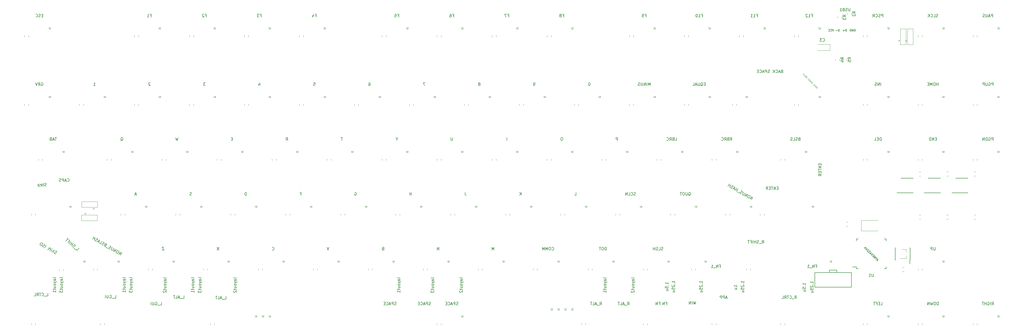
<source format=gbr>
G04 #@! TF.GenerationSoftware,KiCad,Pcbnew,(5.1.2)-2*
G04 #@! TF.CreationDate,2019-07-11T11:24:39+07:00*
G04 #@! TF.ProjectId,PCB,5043422e-6b69-4636-9164-5f7063625858,a*
G04 #@! TF.SameCoordinates,Original*
G04 #@! TF.FileFunction,Legend,Bot*
G04 #@! TF.FilePolarity,Positive*
%FSLAX46Y46*%
G04 Gerber Fmt 4.6, Leading zero omitted, Abs format (unit mm)*
G04 Created by KiCad (PCBNEW (5.1.2)-2) date 2019-07-11 11:24:39*
%MOMM*%
%LPD*%
G04 APERTURE LIST*
%ADD10C,0.150000*%
%ADD11C,0.203200*%
%ADD12C,0.120000*%
%ADD13C,0.050000*%
%ADD14C,0.200000*%
G04 APERTURE END LIST*
D10*
X281784124Y-1650010D02*
X281850791Y-1616676D01*
X281950791Y-1616676D01*
X282050791Y-1650010D01*
X282117457Y-1716676D01*
X282150791Y-1783343D01*
X282184124Y-1916676D01*
X282184124Y-2016676D01*
X282150791Y-2150010D01*
X282117457Y-2216676D01*
X282050791Y-2283343D01*
X281950791Y-2316676D01*
X281884124Y-2316676D01*
X281784124Y-2283343D01*
X281750791Y-2250010D01*
X281750791Y-2016676D01*
X281884124Y-2016676D01*
X281450791Y-2316676D02*
X281450791Y-1616676D01*
X281050791Y-2316676D01*
X281050791Y-1616676D01*
X280717457Y-2316676D02*
X280717457Y-1616676D01*
X280550791Y-1616676D01*
X280450791Y-1650010D01*
X280384124Y-1716676D01*
X280350791Y-1783343D01*
X280317457Y-1916676D01*
X280317457Y-2016676D01*
X280350791Y-2150010D01*
X280384124Y-2216676D01*
X280450791Y-2283343D01*
X280550791Y-2316676D01*
X280717457Y-2316676D01*
X279117457Y-2316676D02*
X279117457Y-1616676D01*
X278950791Y-1616676D01*
X278850791Y-1650010D01*
X278784124Y-1716676D01*
X278750791Y-1783343D01*
X278717457Y-1916676D01*
X278717457Y-2016676D01*
X278750791Y-2150010D01*
X278784124Y-2216676D01*
X278850791Y-2283343D01*
X278950791Y-2316676D01*
X279117457Y-2316676D01*
X278417457Y-2050010D02*
X277884124Y-2050010D01*
X278150791Y-2316676D02*
X278150791Y-1783343D01*
X276617457Y-2316676D02*
X276617457Y-1616676D01*
X276450791Y-1616676D01*
X276350791Y-1650010D01*
X276284124Y-1716676D01*
X276250791Y-1783343D01*
X276217457Y-1916676D01*
X276217457Y-2016676D01*
X276250791Y-2150010D01*
X276284124Y-2216676D01*
X276350791Y-2283343D01*
X276450791Y-2316676D01*
X276617457Y-2316676D01*
X275917457Y-2050010D02*
X275384124Y-2050010D01*
X274684124Y-1616676D02*
X274450791Y-2316676D01*
X274217457Y-1616676D01*
X273584124Y-2250010D02*
X273617457Y-2283343D01*
X273717457Y-2316676D01*
X273784124Y-2316676D01*
X273884124Y-2283343D01*
X273950791Y-2216676D01*
X273984124Y-2150010D01*
X274017457Y-2016676D01*
X274017457Y-1916676D01*
X273984124Y-1783343D01*
X273950791Y-1716676D01*
X273884124Y-1650010D01*
X273784124Y-1616676D01*
X273717457Y-1616676D01*
X273617457Y-1650010D01*
X273584124Y-1683343D01*
X272884124Y-2250010D02*
X272917457Y-2283343D01*
X273017457Y-2316676D01*
X273084124Y-2316676D01*
X273184124Y-2283343D01*
X273250791Y-2216676D01*
X273284124Y-2150010D01*
X273317457Y-2016676D01*
X273317457Y-1916676D01*
X273284124Y-1783343D01*
X273250791Y-1716676D01*
X273184124Y-1650010D01*
X273084124Y-1616676D01*
X273017457Y-1616676D01*
X272917457Y-1650010D01*
X272884124Y-1683343D01*
D11*
X5176780Y-88065907D02*
X5129161Y-87970669D01*
X5033923Y-87923050D01*
X4176780Y-87923050D01*
X5176780Y-88875431D02*
X4652971Y-88875431D01*
X4557733Y-88827812D01*
X4510114Y-88732574D01*
X4510114Y-88542098D01*
X4557733Y-88446860D01*
X5129161Y-88875431D02*
X5176780Y-88780193D01*
X5176780Y-88542098D01*
X5129161Y-88446860D01*
X5033923Y-88399240D01*
X4938685Y-88399240D01*
X4843447Y-88446860D01*
X4795828Y-88542098D01*
X4795828Y-88780193D01*
X4748209Y-88875431D01*
X4510114Y-89256383D02*
X5176780Y-89494479D01*
X4510114Y-89732574D02*
X5176780Y-89494479D01*
X5414876Y-89399240D01*
X5462495Y-89351621D01*
X5510114Y-89256383D01*
X5176780Y-90256383D02*
X5129161Y-90161145D01*
X5081542Y-90113526D01*
X4986304Y-90065907D01*
X4700590Y-90065907D01*
X4605352Y-90113526D01*
X4557733Y-90161145D01*
X4510114Y-90256383D01*
X4510114Y-90399240D01*
X4557733Y-90494479D01*
X4605352Y-90542098D01*
X4700590Y-90589717D01*
X4986304Y-90589717D01*
X5081542Y-90542098D01*
X5129161Y-90494479D01*
X5176780Y-90399240D01*
X5176780Y-90256383D01*
X4510114Y-91446860D02*
X5176780Y-91446860D01*
X4510114Y-91018288D02*
X5033923Y-91018288D01*
X5129161Y-91065907D01*
X5176780Y-91161145D01*
X5176780Y-91304002D01*
X5129161Y-91399240D01*
X5081542Y-91446860D01*
X4510114Y-91780193D02*
X4510114Y-92161145D01*
X4176780Y-91923050D02*
X5033923Y-91923050D01*
X5129161Y-91970669D01*
X5176780Y-92065907D01*
X5176780Y-92161145D01*
X5176780Y-93018288D02*
X5176780Y-92446860D01*
X5176780Y-92732574D02*
X4176780Y-92732574D01*
X4319638Y-92637336D01*
X4414876Y-92542098D01*
X4462495Y-92446860D01*
X7541520Y-88086227D02*
X7493901Y-87990989D01*
X7398663Y-87943370D01*
X6541520Y-87943370D01*
X7541520Y-88895751D02*
X7017711Y-88895751D01*
X6922473Y-88848132D01*
X6874854Y-88752894D01*
X6874854Y-88562418D01*
X6922473Y-88467180D01*
X7493901Y-88895751D02*
X7541520Y-88800513D01*
X7541520Y-88562418D01*
X7493901Y-88467180D01*
X7398663Y-88419560D01*
X7303425Y-88419560D01*
X7208187Y-88467180D01*
X7160568Y-88562418D01*
X7160568Y-88800513D01*
X7112949Y-88895751D01*
X6874854Y-89276703D02*
X7541520Y-89514799D01*
X6874854Y-89752894D02*
X7541520Y-89514799D01*
X7779616Y-89419560D01*
X7827235Y-89371941D01*
X7874854Y-89276703D01*
X7541520Y-90276703D02*
X7493901Y-90181465D01*
X7446282Y-90133846D01*
X7351044Y-90086227D01*
X7065330Y-90086227D01*
X6970092Y-90133846D01*
X6922473Y-90181465D01*
X6874854Y-90276703D01*
X6874854Y-90419560D01*
X6922473Y-90514799D01*
X6970092Y-90562418D01*
X7065330Y-90610037D01*
X7351044Y-90610037D01*
X7446282Y-90562418D01*
X7493901Y-90514799D01*
X7541520Y-90419560D01*
X7541520Y-90276703D01*
X6874854Y-91467180D02*
X7541520Y-91467180D01*
X6874854Y-91038608D02*
X7398663Y-91038608D01*
X7493901Y-91086227D01*
X7541520Y-91181465D01*
X7541520Y-91324322D01*
X7493901Y-91419560D01*
X7446282Y-91467180D01*
X6874854Y-91800513D02*
X6874854Y-92181465D01*
X6541520Y-91943370D02*
X7398663Y-91943370D01*
X7493901Y-91990989D01*
X7541520Y-92086227D01*
X7541520Y-92181465D01*
X6541520Y-92419560D02*
X6541520Y-93038608D01*
X6922473Y-92705275D01*
X6922473Y-92848132D01*
X6970092Y-92943370D01*
X7017711Y-92990989D01*
X7112949Y-93038608D01*
X7351044Y-93038608D01*
X7446282Y-92990989D01*
X7493901Y-92943370D01*
X7541520Y-92848132D01*
X7541520Y-92562418D01*
X7493901Y-92467180D01*
X7446282Y-92419560D01*
X29255980Y-88065907D02*
X29208361Y-87970669D01*
X29113123Y-87923050D01*
X28255980Y-87923050D01*
X29255980Y-88875431D02*
X28732171Y-88875431D01*
X28636933Y-88827812D01*
X28589314Y-88732574D01*
X28589314Y-88542098D01*
X28636933Y-88446860D01*
X29208361Y-88875431D02*
X29255980Y-88780193D01*
X29255980Y-88542098D01*
X29208361Y-88446860D01*
X29113123Y-88399240D01*
X29017885Y-88399240D01*
X28922647Y-88446860D01*
X28875028Y-88542098D01*
X28875028Y-88780193D01*
X28827409Y-88875431D01*
X28589314Y-89256383D02*
X29255980Y-89494479D01*
X28589314Y-89732574D02*
X29255980Y-89494479D01*
X29494076Y-89399240D01*
X29541695Y-89351621D01*
X29589314Y-89256383D01*
X29255980Y-90256383D02*
X29208361Y-90161145D01*
X29160742Y-90113526D01*
X29065504Y-90065907D01*
X28779790Y-90065907D01*
X28684552Y-90113526D01*
X28636933Y-90161145D01*
X28589314Y-90256383D01*
X28589314Y-90399240D01*
X28636933Y-90494479D01*
X28684552Y-90542098D01*
X28779790Y-90589717D01*
X29065504Y-90589717D01*
X29160742Y-90542098D01*
X29208361Y-90494479D01*
X29255980Y-90399240D01*
X29255980Y-90256383D01*
X28589314Y-91446860D02*
X29255980Y-91446860D01*
X28589314Y-91018288D02*
X29113123Y-91018288D01*
X29208361Y-91065907D01*
X29255980Y-91161145D01*
X29255980Y-91304002D01*
X29208361Y-91399240D01*
X29160742Y-91446860D01*
X28589314Y-91780193D02*
X28589314Y-92161145D01*
X28255980Y-91923050D02*
X29113123Y-91923050D01*
X29208361Y-91970669D01*
X29255980Y-92065907D01*
X29255980Y-92161145D01*
X29255980Y-93018288D02*
X29255980Y-92446860D01*
X29255980Y-92732574D02*
X28255980Y-92732574D01*
X28398838Y-92637336D01*
X28494076Y-92542098D01*
X28541695Y-92446860D01*
X31620720Y-88086227D02*
X31573101Y-87990989D01*
X31477863Y-87943370D01*
X30620720Y-87943370D01*
X31620720Y-88895751D02*
X31096911Y-88895751D01*
X31001673Y-88848132D01*
X30954054Y-88752894D01*
X30954054Y-88562418D01*
X31001673Y-88467180D01*
X31573101Y-88895751D02*
X31620720Y-88800513D01*
X31620720Y-88562418D01*
X31573101Y-88467180D01*
X31477863Y-88419560D01*
X31382625Y-88419560D01*
X31287387Y-88467180D01*
X31239768Y-88562418D01*
X31239768Y-88800513D01*
X31192149Y-88895751D01*
X30954054Y-89276703D02*
X31620720Y-89514799D01*
X30954054Y-89752894D02*
X31620720Y-89514799D01*
X31858816Y-89419560D01*
X31906435Y-89371941D01*
X31954054Y-89276703D01*
X31620720Y-90276703D02*
X31573101Y-90181465D01*
X31525482Y-90133846D01*
X31430244Y-90086227D01*
X31144530Y-90086227D01*
X31049292Y-90133846D01*
X31001673Y-90181465D01*
X30954054Y-90276703D01*
X30954054Y-90419560D01*
X31001673Y-90514799D01*
X31049292Y-90562418D01*
X31144530Y-90610037D01*
X31430244Y-90610037D01*
X31525482Y-90562418D01*
X31573101Y-90514799D01*
X31620720Y-90419560D01*
X31620720Y-90276703D01*
X30954054Y-91467180D02*
X31620720Y-91467180D01*
X30954054Y-91038608D02*
X31477863Y-91038608D01*
X31573101Y-91086227D01*
X31620720Y-91181465D01*
X31620720Y-91324322D01*
X31573101Y-91419560D01*
X31525482Y-91467180D01*
X30954054Y-91800513D02*
X30954054Y-92181465D01*
X30620720Y-91943370D02*
X31477863Y-91943370D01*
X31573101Y-91990989D01*
X31620720Y-92086227D01*
X31620720Y-92181465D01*
X30620720Y-92419560D02*
X30620720Y-93038608D01*
X31001673Y-92705275D01*
X31001673Y-92848132D01*
X31049292Y-92943370D01*
X31096911Y-92990989D01*
X31192149Y-93038608D01*
X31430244Y-93038608D01*
X31525482Y-92990989D01*
X31573101Y-92943370D01*
X31620720Y-92848132D01*
X31620720Y-92562418D01*
X31573101Y-92467180D01*
X31525482Y-92419560D01*
X43380920Y-88111627D02*
X43333301Y-88016389D01*
X43238063Y-87968770D01*
X42380920Y-87968770D01*
X43380920Y-88921151D02*
X42857111Y-88921151D01*
X42761873Y-88873532D01*
X42714254Y-88778294D01*
X42714254Y-88587818D01*
X42761873Y-88492580D01*
X43333301Y-88921151D02*
X43380920Y-88825913D01*
X43380920Y-88587818D01*
X43333301Y-88492580D01*
X43238063Y-88444960D01*
X43142825Y-88444960D01*
X43047587Y-88492580D01*
X42999968Y-88587818D01*
X42999968Y-88825913D01*
X42952349Y-88921151D01*
X42714254Y-89302103D02*
X43380920Y-89540199D01*
X42714254Y-89778294D02*
X43380920Y-89540199D01*
X43619016Y-89444960D01*
X43666635Y-89397341D01*
X43714254Y-89302103D01*
X43380920Y-90302103D02*
X43333301Y-90206865D01*
X43285682Y-90159246D01*
X43190444Y-90111627D01*
X42904730Y-90111627D01*
X42809492Y-90159246D01*
X42761873Y-90206865D01*
X42714254Y-90302103D01*
X42714254Y-90444960D01*
X42761873Y-90540199D01*
X42809492Y-90587818D01*
X42904730Y-90635437D01*
X43190444Y-90635437D01*
X43285682Y-90587818D01*
X43333301Y-90540199D01*
X43380920Y-90444960D01*
X43380920Y-90302103D01*
X42714254Y-91492580D02*
X43380920Y-91492580D01*
X42714254Y-91064008D02*
X43238063Y-91064008D01*
X43333301Y-91111627D01*
X43380920Y-91206865D01*
X43380920Y-91349722D01*
X43333301Y-91444960D01*
X43285682Y-91492580D01*
X42714254Y-91825913D02*
X42714254Y-92206865D01*
X42380920Y-91968770D02*
X43238063Y-91968770D01*
X43333301Y-92016389D01*
X43380920Y-92111627D01*
X43380920Y-92206865D01*
X42476159Y-92492580D02*
X42428540Y-92540199D01*
X42380920Y-92635437D01*
X42380920Y-92873532D01*
X42428540Y-92968770D01*
X42476159Y-93016389D01*
X42571397Y-93064008D01*
X42666635Y-93064008D01*
X42809492Y-93016389D01*
X43380920Y-92444960D01*
X43380920Y-93064008D01*
X53043080Y-88091307D02*
X52995461Y-87996069D01*
X52900223Y-87948450D01*
X52043080Y-87948450D01*
X53043080Y-88900831D02*
X52519271Y-88900831D01*
X52424033Y-88853212D01*
X52376414Y-88757974D01*
X52376414Y-88567498D01*
X52424033Y-88472260D01*
X52995461Y-88900831D02*
X53043080Y-88805593D01*
X53043080Y-88567498D01*
X52995461Y-88472260D01*
X52900223Y-88424640D01*
X52804985Y-88424640D01*
X52709747Y-88472260D01*
X52662128Y-88567498D01*
X52662128Y-88805593D01*
X52614509Y-88900831D01*
X52376414Y-89281783D02*
X53043080Y-89519879D01*
X52376414Y-89757974D02*
X53043080Y-89519879D01*
X53281176Y-89424640D01*
X53328795Y-89377021D01*
X53376414Y-89281783D01*
X53043080Y-90281783D02*
X52995461Y-90186545D01*
X52947842Y-90138926D01*
X52852604Y-90091307D01*
X52566890Y-90091307D01*
X52471652Y-90138926D01*
X52424033Y-90186545D01*
X52376414Y-90281783D01*
X52376414Y-90424640D01*
X52424033Y-90519879D01*
X52471652Y-90567498D01*
X52566890Y-90615117D01*
X52852604Y-90615117D01*
X52947842Y-90567498D01*
X52995461Y-90519879D01*
X53043080Y-90424640D01*
X53043080Y-90281783D01*
X52376414Y-91472260D02*
X53043080Y-91472260D01*
X52376414Y-91043688D02*
X52900223Y-91043688D01*
X52995461Y-91091307D01*
X53043080Y-91186545D01*
X53043080Y-91329402D01*
X52995461Y-91424640D01*
X52947842Y-91472260D01*
X52376414Y-91805593D02*
X52376414Y-92186545D01*
X52043080Y-91948450D02*
X52900223Y-91948450D01*
X52995461Y-91996069D01*
X53043080Y-92091307D01*
X53043080Y-92186545D01*
X53043080Y-93043688D02*
X53043080Y-92472260D01*
X53043080Y-92757974D02*
X52043080Y-92757974D01*
X52185938Y-92662736D01*
X52281176Y-92567498D01*
X52328795Y-92472260D01*
X55514500Y-88098927D02*
X55466881Y-88003689D01*
X55371643Y-87956070D01*
X54514500Y-87956070D01*
X55514500Y-88908451D02*
X54990691Y-88908451D01*
X54895453Y-88860832D01*
X54847834Y-88765594D01*
X54847834Y-88575118D01*
X54895453Y-88479880D01*
X55466881Y-88908451D02*
X55514500Y-88813213D01*
X55514500Y-88575118D01*
X55466881Y-88479880D01*
X55371643Y-88432260D01*
X55276405Y-88432260D01*
X55181167Y-88479880D01*
X55133548Y-88575118D01*
X55133548Y-88813213D01*
X55085929Y-88908451D01*
X54847834Y-89289403D02*
X55514500Y-89527499D01*
X54847834Y-89765594D02*
X55514500Y-89527499D01*
X55752596Y-89432260D01*
X55800215Y-89384641D01*
X55847834Y-89289403D01*
X55514500Y-90289403D02*
X55466881Y-90194165D01*
X55419262Y-90146546D01*
X55324024Y-90098927D01*
X55038310Y-90098927D01*
X54943072Y-90146546D01*
X54895453Y-90194165D01*
X54847834Y-90289403D01*
X54847834Y-90432260D01*
X54895453Y-90527499D01*
X54943072Y-90575118D01*
X55038310Y-90622737D01*
X55324024Y-90622737D01*
X55419262Y-90575118D01*
X55466881Y-90527499D01*
X55514500Y-90432260D01*
X55514500Y-90289403D01*
X54847834Y-91479880D02*
X55514500Y-91479880D01*
X54847834Y-91051308D02*
X55371643Y-91051308D01*
X55466881Y-91098927D01*
X55514500Y-91194165D01*
X55514500Y-91337022D01*
X55466881Y-91432260D01*
X55419262Y-91479880D01*
X54847834Y-91813213D02*
X54847834Y-92194165D01*
X54514500Y-91956070D02*
X55371643Y-91956070D01*
X55466881Y-92003689D01*
X55514500Y-92098927D01*
X55514500Y-92194165D01*
X54514500Y-92432260D02*
X54514500Y-93051308D01*
X54895453Y-92717975D01*
X54895453Y-92860832D01*
X54943072Y-92956070D01*
X54990691Y-93003689D01*
X55085929Y-93051308D01*
X55324024Y-93051308D01*
X55419262Y-93003689D01*
X55466881Y-92956070D01*
X55514500Y-92860832D01*
X55514500Y-92575118D01*
X55466881Y-92479880D01*
X55419262Y-92432260D01*
X67709040Y-88114167D02*
X67661421Y-88018929D01*
X67566183Y-87971310D01*
X66709040Y-87971310D01*
X67709040Y-88923691D02*
X67185231Y-88923691D01*
X67089993Y-88876072D01*
X67042374Y-88780834D01*
X67042374Y-88590358D01*
X67089993Y-88495120D01*
X67661421Y-88923691D02*
X67709040Y-88828453D01*
X67709040Y-88590358D01*
X67661421Y-88495120D01*
X67566183Y-88447500D01*
X67470945Y-88447500D01*
X67375707Y-88495120D01*
X67328088Y-88590358D01*
X67328088Y-88828453D01*
X67280469Y-88923691D01*
X67042374Y-89304643D02*
X67709040Y-89542739D01*
X67042374Y-89780834D02*
X67709040Y-89542739D01*
X67947136Y-89447500D01*
X67994755Y-89399881D01*
X68042374Y-89304643D01*
X67709040Y-90304643D02*
X67661421Y-90209405D01*
X67613802Y-90161786D01*
X67518564Y-90114167D01*
X67232850Y-90114167D01*
X67137612Y-90161786D01*
X67089993Y-90209405D01*
X67042374Y-90304643D01*
X67042374Y-90447500D01*
X67089993Y-90542739D01*
X67137612Y-90590358D01*
X67232850Y-90637977D01*
X67518564Y-90637977D01*
X67613802Y-90590358D01*
X67661421Y-90542739D01*
X67709040Y-90447500D01*
X67709040Y-90304643D01*
X67042374Y-91495120D02*
X67709040Y-91495120D01*
X67042374Y-91066548D02*
X67566183Y-91066548D01*
X67661421Y-91114167D01*
X67709040Y-91209405D01*
X67709040Y-91352262D01*
X67661421Y-91447500D01*
X67613802Y-91495120D01*
X67042374Y-91828453D02*
X67042374Y-92209405D01*
X66709040Y-91971310D02*
X67566183Y-91971310D01*
X67661421Y-92018929D01*
X67709040Y-92114167D01*
X67709040Y-92209405D01*
X66804279Y-92495120D02*
X66756660Y-92542739D01*
X66709040Y-92637977D01*
X66709040Y-92876072D01*
X66756660Y-92971310D01*
X66804279Y-93018929D01*
X66899517Y-93066548D01*
X66994755Y-93066548D01*
X67137612Y-93018929D01*
X67709040Y-92447500D01*
X67709040Y-93066548D01*
X124429780Y-88124327D02*
X124382161Y-88029089D01*
X124286923Y-87981470D01*
X123429780Y-87981470D01*
X124429780Y-88933851D02*
X123905971Y-88933851D01*
X123810733Y-88886232D01*
X123763114Y-88790994D01*
X123763114Y-88600518D01*
X123810733Y-88505280D01*
X124382161Y-88933851D02*
X124429780Y-88838613D01*
X124429780Y-88600518D01*
X124382161Y-88505280D01*
X124286923Y-88457660D01*
X124191685Y-88457660D01*
X124096447Y-88505280D01*
X124048828Y-88600518D01*
X124048828Y-88838613D01*
X124001209Y-88933851D01*
X123763114Y-89314803D02*
X124429780Y-89552899D01*
X123763114Y-89790994D02*
X124429780Y-89552899D01*
X124667876Y-89457660D01*
X124715495Y-89410041D01*
X124763114Y-89314803D01*
X124429780Y-90314803D02*
X124382161Y-90219565D01*
X124334542Y-90171946D01*
X124239304Y-90124327D01*
X123953590Y-90124327D01*
X123858352Y-90171946D01*
X123810733Y-90219565D01*
X123763114Y-90314803D01*
X123763114Y-90457660D01*
X123810733Y-90552899D01*
X123858352Y-90600518D01*
X123953590Y-90648137D01*
X124239304Y-90648137D01*
X124334542Y-90600518D01*
X124382161Y-90552899D01*
X124429780Y-90457660D01*
X124429780Y-90314803D01*
X123763114Y-91505280D02*
X124429780Y-91505280D01*
X123763114Y-91076708D02*
X124286923Y-91076708D01*
X124382161Y-91124327D01*
X124429780Y-91219565D01*
X124429780Y-91362422D01*
X124382161Y-91457660D01*
X124334542Y-91505280D01*
X123763114Y-91838613D02*
X123763114Y-92219565D01*
X123429780Y-91981470D02*
X124286923Y-91981470D01*
X124382161Y-92029089D01*
X124429780Y-92124327D01*
X124429780Y-92219565D01*
X124429780Y-93076708D02*
X124429780Y-92505280D01*
X124429780Y-92790994D02*
X123429780Y-92790994D01*
X123572638Y-92695756D01*
X123667876Y-92600518D01*
X123715495Y-92505280D01*
X136136640Y-88124327D02*
X136089021Y-88029089D01*
X135993783Y-87981470D01*
X135136640Y-87981470D01*
X136136640Y-88933851D02*
X135612831Y-88933851D01*
X135517593Y-88886232D01*
X135469974Y-88790994D01*
X135469974Y-88600518D01*
X135517593Y-88505280D01*
X136089021Y-88933851D02*
X136136640Y-88838613D01*
X136136640Y-88600518D01*
X136089021Y-88505280D01*
X135993783Y-88457660D01*
X135898545Y-88457660D01*
X135803307Y-88505280D01*
X135755688Y-88600518D01*
X135755688Y-88838613D01*
X135708069Y-88933851D01*
X135469974Y-89314803D02*
X136136640Y-89552899D01*
X135469974Y-89790994D02*
X136136640Y-89552899D01*
X136374736Y-89457660D01*
X136422355Y-89410041D01*
X136469974Y-89314803D01*
X136136640Y-90314803D02*
X136089021Y-90219565D01*
X136041402Y-90171946D01*
X135946164Y-90124327D01*
X135660450Y-90124327D01*
X135565212Y-90171946D01*
X135517593Y-90219565D01*
X135469974Y-90314803D01*
X135469974Y-90457660D01*
X135517593Y-90552899D01*
X135565212Y-90600518D01*
X135660450Y-90648137D01*
X135946164Y-90648137D01*
X136041402Y-90600518D01*
X136089021Y-90552899D01*
X136136640Y-90457660D01*
X136136640Y-90314803D01*
X135469974Y-91505280D02*
X136136640Y-91505280D01*
X135469974Y-91076708D02*
X135993783Y-91076708D01*
X136089021Y-91124327D01*
X136136640Y-91219565D01*
X136136640Y-91362422D01*
X136089021Y-91457660D01*
X136041402Y-91505280D01*
X135469974Y-91838613D02*
X135469974Y-92219565D01*
X135136640Y-91981470D02*
X135993783Y-91981470D01*
X136089021Y-92029089D01*
X136136640Y-92124327D01*
X136136640Y-92219565D01*
X135136640Y-92457660D02*
X135136640Y-93076708D01*
X135517593Y-92743375D01*
X135517593Y-92886232D01*
X135565212Y-92981470D01*
X135612831Y-93029089D01*
X135708069Y-93076708D01*
X135946164Y-93076708D01*
X136041402Y-93029089D01*
X136089021Y-92981470D01*
X136136640Y-92886232D01*
X136136640Y-92600518D01*
X136089021Y-92505280D01*
X136041402Y-92457660D01*
X146052800Y-88124327D02*
X146005181Y-88029089D01*
X145909943Y-87981470D01*
X145052800Y-87981470D01*
X146052800Y-88933851D02*
X145528991Y-88933851D01*
X145433753Y-88886232D01*
X145386134Y-88790994D01*
X145386134Y-88600518D01*
X145433753Y-88505280D01*
X146005181Y-88933851D02*
X146052800Y-88838613D01*
X146052800Y-88600518D01*
X146005181Y-88505280D01*
X145909943Y-88457660D01*
X145814705Y-88457660D01*
X145719467Y-88505280D01*
X145671848Y-88600518D01*
X145671848Y-88838613D01*
X145624229Y-88933851D01*
X145386134Y-89314803D02*
X146052800Y-89552899D01*
X145386134Y-89790994D02*
X146052800Y-89552899D01*
X146290896Y-89457660D01*
X146338515Y-89410041D01*
X146386134Y-89314803D01*
X146052800Y-90314803D02*
X146005181Y-90219565D01*
X145957562Y-90171946D01*
X145862324Y-90124327D01*
X145576610Y-90124327D01*
X145481372Y-90171946D01*
X145433753Y-90219565D01*
X145386134Y-90314803D01*
X145386134Y-90457660D01*
X145433753Y-90552899D01*
X145481372Y-90600518D01*
X145576610Y-90648137D01*
X145862324Y-90648137D01*
X145957562Y-90600518D01*
X146005181Y-90552899D01*
X146052800Y-90457660D01*
X146052800Y-90314803D01*
X145386134Y-91505280D02*
X146052800Y-91505280D01*
X145386134Y-91076708D02*
X145909943Y-91076708D01*
X146005181Y-91124327D01*
X146052800Y-91219565D01*
X146052800Y-91362422D01*
X146005181Y-91457660D01*
X145957562Y-91505280D01*
X145386134Y-91838613D02*
X145386134Y-92219565D01*
X145052800Y-91981470D02*
X145909943Y-91981470D01*
X146005181Y-92029089D01*
X146052800Y-92124327D01*
X146052800Y-92219565D01*
X145148039Y-92505280D02*
X145100420Y-92552899D01*
X145052800Y-92648137D01*
X145052800Y-92886232D01*
X145100420Y-92981470D01*
X145148039Y-93029089D01*
X145243277Y-93076708D01*
X145338515Y-93076708D01*
X145481372Y-93029089D01*
X146052800Y-92457660D01*
X146052800Y-93076708D01*
X195836800Y-88119247D02*
X195789181Y-88024009D01*
X195693943Y-87976390D01*
X194836800Y-87976390D01*
X195836800Y-88928771D02*
X195312991Y-88928771D01*
X195217753Y-88881152D01*
X195170134Y-88785914D01*
X195170134Y-88595438D01*
X195217753Y-88500200D01*
X195789181Y-88928771D02*
X195836800Y-88833533D01*
X195836800Y-88595438D01*
X195789181Y-88500200D01*
X195693943Y-88452580D01*
X195598705Y-88452580D01*
X195503467Y-88500200D01*
X195455848Y-88595438D01*
X195455848Y-88833533D01*
X195408229Y-88928771D01*
X195170134Y-89309723D02*
X195836800Y-89547819D01*
X195170134Y-89785914D02*
X195836800Y-89547819D01*
X196074896Y-89452580D01*
X196122515Y-89404961D01*
X196170134Y-89309723D01*
X195836800Y-90309723D02*
X195789181Y-90214485D01*
X195741562Y-90166866D01*
X195646324Y-90119247D01*
X195360610Y-90119247D01*
X195265372Y-90166866D01*
X195217753Y-90214485D01*
X195170134Y-90309723D01*
X195170134Y-90452580D01*
X195217753Y-90547819D01*
X195265372Y-90595438D01*
X195360610Y-90643057D01*
X195646324Y-90643057D01*
X195741562Y-90595438D01*
X195789181Y-90547819D01*
X195836800Y-90452580D01*
X195836800Y-90309723D01*
X195170134Y-91500200D02*
X195836800Y-91500200D01*
X195170134Y-91071628D02*
X195693943Y-91071628D01*
X195789181Y-91119247D01*
X195836800Y-91214485D01*
X195836800Y-91357342D01*
X195789181Y-91452580D01*
X195741562Y-91500200D01*
X195170134Y-91833533D02*
X195170134Y-92214485D01*
X194836800Y-91976390D02*
X195693943Y-91976390D01*
X195789181Y-92024009D01*
X195836800Y-92119247D01*
X195836800Y-92214485D01*
X195836800Y-93071628D02*
X195836800Y-92500200D01*
X195836800Y-92785914D02*
X194836800Y-92785914D01*
X194979658Y-92690676D01*
X195074896Y-92595438D01*
X195122515Y-92500200D01*
X205534520Y-88124327D02*
X205486901Y-88029089D01*
X205391663Y-87981470D01*
X204534520Y-87981470D01*
X205534520Y-88933851D02*
X205010711Y-88933851D01*
X204915473Y-88886232D01*
X204867854Y-88790994D01*
X204867854Y-88600518D01*
X204915473Y-88505280D01*
X205486901Y-88933851D02*
X205534520Y-88838613D01*
X205534520Y-88600518D01*
X205486901Y-88505280D01*
X205391663Y-88457660D01*
X205296425Y-88457660D01*
X205201187Y-88505280D01*
X205153568Y-88600518D01*
X205153568Y-88838613D01*
X205105949Y-88933851D01*
X204867854Y-89314803D02*
X205534520Y-89552899D01*
X204867854Y-89790994D02*
X205534520Y-89552899D01*
X205772616Y-89457660D01*
X205820235Y-89410041D01*
X205867854Y-89314803D01*
X205534520Y-90314803D02*
X205486901Y-90219565D01*
X205439282Y-90171946D01*
X205344044Y-90124327D01*
X205058330Y-90124327D01*
X204963092Y-90171946D01*
X204915473Y-90219565D01*
X204867854Y-90314803D01*
X204867854Y-90457660D01*
X204915473Y-90552899D01*
X204963092Y-90600518D01*
X205058330Y-90648137D01*
X205344044Y-90648137D01*
X205439282Y-90600518D01*
X205486901Y-90552899D01*
X205534520Y-90457660D01*
X205534520Y-90314803D01*
X204867854Y-91505280D02*
X205534520Y-91505280D01*
X204867854Y-91076708D02*
X205391663Y-91076708D01*
X205486901Y-91124327D01*
X205534520Y-91219565D01*
X205534520Y-91362422D01*
X205486901Y-91457660D01*
X205439282Y-91505280D01*
X204867854Y-91838613D02*
X204867854Y-92219565D01*
X204534520Y-91981470D02*
X205391663Y-91981470D01*
X205486901Y-92029089D01*
X205534520Y-92124327D01*
X205534520Y-92219565D01*
X204629759Y-92505280D02*
X204582140Y-92552899D01*
X204534520Y-92648137D01*
X204534520Y-92886232D01*
X204582140Y-92981470D01*
X204629759Y-93029089D01*
X204724997Y-93076708D01*
X204820235Y-93076708D01*
X204963092Y-93029089D01*
X205534520Y-92457660D01*
X205534520Y-93076708D01*
X217307420Y-90150107D02*
X217307420Y-89578679D01*
X217307420Y-89864393D02*
X216307420Y-89864393D01*
X216450278Y-89769155D01*
X216545516Y-89673917D01*
X216593135Y-89578679D01*
X217212182Y-90578679D02*
X217259801Y-90626298D01*
X217307420Y-90578679D01*
X217259801Y-90531060D01*
X217212182Y-90578679D01*
X217307420Y-90578679D01*
X216307420Y-91531060D02*
X216307420Y-91054869D01*
X216783611Y-91007250D01*
X216735992Y-91054869D01*
X216688373Y-91150107D01*
X216688373Y-91388202D01*
X216735992Y-91483440D01*
X216783611Y-91531060D01*
X216878849Y-91578679D01*
X217116944Y-91578679D01*
X217212182Y-91531060D01*
X217259801Y-91483440D01*
X217307420Y-91388202D01*
X217307420Y-91150107D01*
X217259801Y-91054869D01*
X217212182Y-91007250D01*
X216640754Y-92435821D02*
X217307420Y-92435821D01*
X216640754Y-92007250D02*
X217164563Y-92007250D01*
X217259801Y-92054869D01*
X217307420Y-92150107D01*
X217307420Y-92292964D01*
X217259801Y-92388202D01*
X217212182Y-92435821D01*
X219611200Y-89686617D02*
X219611200Y-89115188D01*
X219611200Y-89400902D02*
X218611200Y-89400902D01*
X218754058Y-89305664D01*
X218849296Y-89210426D01*
X218896915Y-89115188D01*
X219515962Y-90115188D02*
X219563581Y-90162807D01*
X219611200Y-90115188D01*
X219563581Y-90067569D01*
X219515962Y-90115188D01*
X219611200Y-90115188D01*
X218706439Y-90543760D02*
X218658820Y-90591379D01*
X218611200Y-90686617D01*
X218611200Y-90924712D01*
X218658820Y-91019950D01*
X218706439Y-91067569D01*
X218801677Y-91115188D01*
X218896915Y-91115188D01*
X219039772Y-91067569D01*
X219611200Y-90496140D01*
X219611200Y-91115188D01*
X218611200Y-92019950D02*
X218611200Y-91543760D01*
X219087391Y-91496140D01*
X219039772Y-91543760D01*
X218992153Y-91638998D01*
X218992153Y-91877093D01*
X219039772Y-91972331D01*
X219087391Y-92019950D01*
X219182629Y-92067569D01*
X219420724Y-92067569D01*
X219515962Y-92019950D01*
X219563581Y-91972331D01*
X219611200Y-91877093D01*
X219611200Y-91638998D01*
X219563581Y-91543760D01*
X219515962Y-91496140D01*
X218944534Y-92924712D02*
X219611200Y-92924712D01*
X218944534Y-92496140D02*
X219468343Y-92496140D01*
X219563581Y-92543760D01*
X219611200Y-92638998D01*
X219611200Y-92781855D01*
X219563581Y-92877093D01*
X219515962Y-92924712D01*
X229161600Y-89696777D02*
X229161600Y-89125348D01*
X229161600Y-89411062D02*
X228161600Y-89411062D01*
X228304458Y-89315824D01*
X228399696Y-89220586D01*
X228447315Y-89125348D01*
X229066362Y-90125348D02*
X229113981Y-90172967D01*
X229161600Y-90125348D01*
X229113981Y-90077729D01*
X229066362Y-90125348D01*
X229161600Y-90125348D01*
X228256839Y-90553920D02*
X228209220Y-90601539D01*
X228161600Y-90696777D01*
X228161600Y-90934872D01*
X228209220Y-91030110D01*
X228256839Y-91077729D01*
X228352077Y-91125348D01*
X228447315Y-91125348D01*
X228590172Y-91077729D01*
X229161600Y-90506300D01*
X229161600Y-91125348D01*
X228161600Y-92030110D02*
X228161600Y-91553920D01*
X228637791Y-91506300D01*
X228590172Y-91553920D01*
X228542553Y-91649158D01*
X228542553Y-91887253D01*
X228590172Y-91982491D01*
X228637791Y-92030110D01*
X228733029Y-92077729D01*
X228971124Y-92077729D01*
X229066362Y-92030110D01*
X229113981Y-91982491D01*
X229161600Y-91887253D01*
X229161600Y-91649158D01*
X229113981Y-91553920D01*
X229066362Y-91506300D01*
X228494934Y-92934872D02*
X229161600Y-92934872D01*
X228494934Y-92506300D02*
X229018743Y-92506300D01*
X229113981Y-92553920D01*
X229161600Y-92649158D01*
X229161600Y-92792015D01*
X229113981Y-92887253D01*
X229066362Y-92934872D01*
X226915196Y-96122240D02*
X226677100Y-97122240D01*
X226486624Y-96407955D01*
X226296148Y-97122240D01*
X226058053Y-96122240D01*
X225677100Y-97122240D02*
X225677100Y-96122240D01*
X225200910Y-97122240D02*
X225200910Y-96122240D01*
X224629481Y-97122240D01*
X224629481Y-96122240D01*
X241109760Y-91113313D02*
X241109760Y-90541884D01*
X241109760Y-90827599D02*
X240109760Y-90827599D01*
X240252618Y-90732360D01*
X240347856Y-90637122D01*
X240395475Y-90541884D01*
X240443094Y-91970456D02*
X241109760Y-91970456D01*
X240443094Y-91541884D02*
X240966903Y-91541884D01*
X241062141Y-91589503D01*
X241109760Y-91684741D01*
X241109760Y-91827599D01*
X241062141Y-91922837D01*
X241014522Y-91970456D01*
X243530380Y-89706937D02*
X243530380Y-89135508D01*
X243530380Y-89421222D02*
X242530380Y-89421222D01*
X242673238Y-89325984D01*
X242768476Y-89230746D01*
X242816095Y-89135508D01*
X243435142Y-90135508D02*
X243482761Y-90183127D01*
X243530380Y-90135508D01*
X243482761Y-90087889D01*
X243435142Y-90135508D01*
X243530380Y-90135508D01*
X242625619Y-90564080D02*
X242578000Y-90611699D01*
X242530380Y-90706937D01*
X242530380Y-90945032D01*
X242578000Y-91040270D01*
X242625619Y-91087889D01*
X242720857Y-91135508D01*
X242816095Y-91135508D01*
X242958952Y-91087889D01*
X243530380Y-90516460D01*
X243530380Y-91135508D01*
X242530380Y-92040270D02*
X242530380Y-91564080D01*
X243006571Y-91516460D01*
X242958952Y-91564080D01*
X242911333Y-91659318D01*
X242911333Y-91897413D01*
X242958952Y-91992651D01*
X243006571Y-92040270D01*
X243101809Y-92087889D01*
X243339904Y-92087889D01*
X243435142Y-92040270D01*
X243482761Y-91992651D01*
X243530380Y-91897413D01*
X243530380Y-91659318D01*
X243482761Y-91564080D01*
X243435142Y-91516460D01*
X242863714Y-92945032D02*
X243530380Y-92945032D01*
X242863714Y-92516460D02*
X243387523Y-92516460D01*
X243482761Y-92564080D01*
X243530380Y-92659318D01*
X243530380Y-92802175D01*
X243482761Y-92897413D01*
X243435142Y-92945032D01*
X264909560Y-90406647D02*
X264909560Y-89835219D01*
X264909560Y-90120933D02*
X263909560Y-90120933D01*
X264052418Y-90025695D01*
X264147656Y-89930457D01*
X264195275Y-89835219D01*
X264814322Y-90835219D02*
X264861941Y-90882838D01*
X264909560Y-90835219D01*
X264861941Y-90787600D01*
X264814322Y-90835219D01*
X264909560Y-90835219D01*
X263909560Y-91787600D02*
X263909560Y-91311409D01*
X264385751Y-91263790D01*
X264338132Y-91311409D01*
X264290513Y-91406647D01*
X264290513Y-91644742D01*
X264338132Y-91739980D01*
X264385751Y-91787600D01*
X264480989Y-91835219D01*
X264719084Y-91835219D01*
X264814322Y-91787600D01*
X264861941Y-91739980D01*
X264909560Y-91644742D01*
X264909560Y-91406647D01*
X264861941Y-91311409D01*
X264814322Y-91263790D01*
X264242894Y-92692361D02*
X264909560Y-92692361D01*
X264242894Y-92263790D02*
X264766703Y-92263790D01*
X264861941Y-92311409D01*
X264909560Y-92406647D01*
X264909560Y-92549504D01*
X264861941Y-92644742D01*
X264814322Y-92692361D01*
X267568940Y-89856797D02*
X267568940Y-89285368D01*
X267568940Y-89571082D02*
X266568940Y-89571082D01*
X266711798Y-89475844D01*
X266807036Y-89380606D01*
X266854655Y-89285368D01*
X267473702Y-90285368D02*
X267521321Y-90332987D01*
X267568940Y-90285368D01*
X267521321Y-90237749D01*
X267473702Y-90285368D01*
X267568940Y-90285368D01*
X266664179Y-90713940D02*
X266616560Y-90761559D01*
X266568940Y-90856797D01*
X266568940Y-91094892D01*
X266616560Y-91190130D01*
X266664179Y-91237749D01*
X266759417Y-91285368D01*
X266854655Y-91285368D01*
X266997512Y-91237749D01*
X267568940Y-90666320D01*
X267568940Y-91285368D01*
X266568940Y-92190130D02*
X266568940Y-91713940D01*
X267045131Y-91666320D01*
X266997512Y-91713940D01*
X266949893Y-91809178D01*
X266949893Y-92047273D01*
X266997512Y-92142511D01*
X267045131Y-92190130D01*
X267140369Y-92237749D01*
X267378464Y-92237749D01*
X267473702Y-92190130D01*
X267521321Y-92142511D01*
X267568940Y-92047273D01*
X267568940Y-91809178D01*
X267521321Y-91713940D01*
X267473702Y-91666320D01*
X266902274Y-93094892D02*
X267568940Y-93094892D01*
X266902274Y-92666320D02*
X267426083Y-92666320D01*
X267521321Y-92713940D01*
X267568940Y-92809178D01*
X267568940Y-92952035D01*
X267521321Y-93047273D01*
X267473702Y-93094892D01*
X5115592Y-79688347D02*
X4968065Y-79658158D01*
X4761868Y-79539110D01*
X4703199Y-79450252D01*
X4685769Y-79385203D01*
X4692149Y-79278915D01*
X4739768Y-79196436D01*
X4828627Y-79137767D01*
X4893675Y-79120337D01*
X4999964Y-79126717D01*
X5188730Y-79180716D01*
X5295018Y-79187096D01*
X5360067Y-79169666D01*
X5448926Y-79110997D01*
X5496545Y-79028518D01*
X5502924Y-78922230D01*
X5485495Y-78857181D01*
X5426826Y-78768323D01*
X5220629Y-78649275D01*
X5073102Y-78619086D01*
X4225757Y-79229586D02*
X4725757Y-78363561D01*
X3854604Y-79015301D02*
X4116508Y-78561668D01*
X4205367Y-78502999D01*
X4311655Y-78509379D01*
X4435373Y-78580807D01*
X4494042Y-78669666D01*
X4511472Y-78734715D01*
X3442211Y-78777205D02*
X3775544Y-78199855D01*
X3942211Y-77911180D02*
X3959640Y-77976229D01*
X3894592Y-77993658D01*
X3877162Y-77928610D01*
X3942211Y-77911180D01*
X3894592Y-77993658D01*
X3486869Y-78033188D02*
X3156954Y-77842712D01*
X3029818Y-78539110D02*
X3458389Y-77796803D01*
X3464769Y-77690514D01*
X3406100Y-77601656D01*
X3323621Y-77554037D01*
X2991997Y-77747474D02*
X2662083Y-77556998D01*
X3034946Y-77387370D02*
X2606374Y-78129678D01*
X2517516Y-78188347D01*
X2411228Y-78181967D01*
X2328749Y-78134348D01*
X1380245Y-77586729D02*
X1880245Y-76720704D01*
X1032901Y-77331204D02*
X885374Y-77301015D01*
X679177Y-77181967D01*
X620508Y-77093109D01*
X603078Y-77028060D01*
X609458Y-76921772D01*
X657077Y-76839293D01*
X745935Y-76780624D01*
X810984Y-76763194D01*
X917272Y-76769574D01*
X1106039Y-76823573D01*
X1212327Y-76829953D01*
X1277376Y-76812523D01*
X1366234Y-76753854D01*
X1413854Y-76671375D01*
X1420233Y-76565087D01*
X1402803Y-76500038D01*
X1344134Y-76411180D01*
X1137938Y-76292132D01*
X990410Y-76261943D01*
X478109Y-75911180D02*
X313152Y-75815942D01*
X206864Y-75809562D01*
X76766Y-75844422D01*
X-59710Y-75985569D01*
X-226377Y-76274244D01*
X-280376Y-76463011D01*
X-245516Y-76593109D01*
X-186847Y-76681967D01*
X-21890Y-76777205D01*
X84397Y-76783585D01*
X214495Y-76748725D01*
X350972Y-76607578D01*
X517639Y-76318903D01*
X571638Y-76130136D01*
X536778Y-76000038D01*
X478109Y-75911180D01*
X1853700Y-56071401D02*
X1710843Y-56119020D01*
X1472748Y-56119020D01*
X1377510Y-56071401D01*
X1329891Y-56023782D01*
X1282272Y-55928544D01*
X1282272Y-55833306D01*
X1329891Y-55738068D01*
X1377510Y-55690449D01*
X1472748Y-55642830D01*
X1663224Y-55595211D01*
X1758462Y-55547592D01*
X1806081Y-55499973D01*
X1853700Y-55404735D01*
X1853700Y-55309497D01*
X1806081Y-55214259D01*
X1758462Y-55166640D01*
X1663224Y-55119020D01*
X1425129Y-55119020D01*
X1282272Y-55166640D01*
X996558Y-55452354D02*
X615605Y-55452354D01*
X853700Y-55119020D02*
X853700Y-55976163D01*
X806081Y-56071401D01*
X710843Y-56119020D01*
X615605Y-56119020D01*
X-98680Y-56071401D02*
X-3441Y-56119020D01*
X187034Y-56119020D01*
X282272Y-56071401D01*
X329891Y-55976163D01*
X329891Y-55595211D01*
X282272Y-55499973D01*
X187034Y-55452354D01*
X-3441Y-55452354D01*
X-98680Y-55499973D01*
X-146299Y-55595211D01*
X-146299Y-55690449D01*
X329891Y-55785687D01*
X-574870Y-55452354D02*
X-574870Y-56452354D01*
X-574870Y-55499973D02*
X-670108Y-55452354D01*
X-860584Y-55452354D01*
X-955822Y-55499973D01*
X-1003441Y-55547592D01*
X-1051060Y-55642830D01*
X-1051060Y-55928544D01*
X-1003441Y-56023782D01*
X-955822Y-56071401D01*
X-860584Y-56119020D01*
X-670108Y-56119020D01*
X-574870Y-56071401D01*
D12*
X276035607Y2224379D02*
X276035607Y2746883D01*
X277455607Y2224379D02*
X277455607Y2746883D01*
X279373167Y3451199D02*
X279373167Y3973703D01*
X280793167Y3451199D02*
X280793167Y3973703D01*
D13*
X74547860Y-101542017D02*
X74166860Y-101097517D01*
X74928860Y-101097517D02*
X74547860Y-101542017D01*
X74166860Y-101097517D02*
X74928860Y-101097517D01*
X74166860Y-101542017D02*
X74928860Y-101542017D01*
X112266860Y-63442017D02*
X113028860Y-63442017D01*
X112266860Y-62997517D02*
X113028860Y-62997517D01*
X113028860Y-62997517D02*
X112647860Y-63442017D01*
X112647860Y-63442017D02*
X112266860Y-62997517D01*
X178941860Y-99160767D02*
X179703860Y-99160767D01*
X178941860Y-98716267D02*
X179703860Y-98716267D01*
X179703860Y-98716267D02*
X179322860Y-99160767D01*
X179322860Y-99160767D02*
X178941860Y-98716267D01*
X312672860Y-25342017D02*
X312291860Y-24897517D01*
X313053860Y-24897517D02*
X312672860Y-25342017D01*
X312291860Y-24897517D02*
X313053860Y-24897517D01*
X312291860Y-25342017D02*
X313053860Y-25342017D01*
X55497860Y-63442017D02*
X55116860Y-62997517D01*
X55878860Y-62997517D02*
X55497860Y-63442017D01*
X55116860Y-62997517D02*
X55878860Y-62997517D01*
X55116860Y-63442017D02*
X55878860Y-63442017D01*
X98360360Y-1529517D02*
X97979360Y-1085017D01*
X98741360Y-1085017D02*
X98360360Y-1529517D01*
X97979360Y-1085017D02*
X98741360Y-1085017D01*
X97979360Y-1529517D02*
X98741360Y-1529517D01*
X26541860Y-82492017D02*
X27303860Y-82492017D01*
X26541860Y-82047517D02*
X27303860Y-82047517D01*
X27303860Y-82047517D02*
X26922860Y-82492017D01*
X26922860Y-82492017D02*
X26541860Y-82047517D01*
X76929110Y-101542017D02*
X76548110Y-101097517D01*
X77310110Y-101097517D02*
X76929110Y-101542017D01*
X76548110Y-101097517D02*
X77310110Y-101097517D01*
X76548110Y-101542017D02*
X77310110Y-101542017D01*
X40829360Y-25342017D02*
X41591360Y-25342017D01*
X40829360Y-24897517D02*
X41591360Y-24897517D01*
X41591360Y-24897517D02*
X41210360Y-25342017D01*
X41210360Y-25342017D02*
X40829360Y-24897517D01*
X88835360Y-44392017D02*
X88454360Y-43947517D01*
X89216360Y-43947517D02*
X88835360Y-44392017D01*
X88454360Y-43947517D02*
X89216360Y-43947517D01*
X88454360Y-44392017D02*
X89216360Y-44392017D01*
X293622860Y-25342017D02*
X293241860Y-24897517D01*
X294003860Y-24897517D02*
X293622860Y-25342017D01*
X293241860Y-24897517D02*
X294003860Y-24897517D01*
X293241860Y-25342017D02*
X294003860Y-25342017D01*
X93597860Y-63442017D02*
X93216860Y-62997517D01*
X93978860Y-62997517D02*
X93597860Y-63442017D01*
X93216860Y-62997517D02*
X93978860Y-62997517D01*
X93216860Y-63442017D02*
X93978860Y-63442017D01*
X50354360Y-44392017D02*
X51116360Y-44392017D01*
X50354360Y-43947517D02*
X51116360Y-43947517D01*
X51116360Y-43947517D02*
X50735360Y-44392017D01*
X50735360Y-44392017D02*
X50354360Y-43947517D01*
X45591860Y-82492017D02*
X46353860Y-82492017D01*
X45591860Y-82047517D02*
X46353860Y-82047517D01*
X46353860Y-82047517D02*
X45972860Y-82492017D01*
X45972860Y-82492017D02*
X45591860Y-82047517D01*
X181704110Y-99160767D02*
X181323110Y-98716267D01*
X182085110Y-98716267D02*
X181704110Y-99160767D01*
X181323110Y-98716267D02*
X182085110Y-98716267D01*
X181323110Y-99160767D02*
X182085110Y-99160767D01*
X212660360Y-25342017D02*
X212279360Y-24897517D01*
X213041360Y-24897517D02*
X212660360Y-25342017D01*
X212279360Y-24897517D02*
X213041360Y-24897517D01*
X212279360Y-25342017D02*
X213041360Y-25342017D01*
X79310360Y-1529517D02*
X78929360Y-1085017D01*
X79691360Y-1085017D02*
X79310360Y-1529517D01*
X78929360Y-1085017D02*
X79691360Y-1085017D01*
X78929360Y-1529517D02*
X79691360Y-1529517D01*
X222185360Y-44392017D02*
X221804360Y-43947517D01*
X222566360Y-43947517D02*
X222185360Y-44392017D01*
X221804360Y-43947517D02*
X222566360Y-43947517D01*
X221804360Y-44392017D02*
X222566360Y-44392017D01*
X312291860Y-1529517D02*
X313053860Y-1529517D01*
X312291860Y-1085017D02*
X313053860Y-1085017D01*
X313053860Y-1085017D02*
X312672860Y-1529517D01*
X312672860Y-1529517D02*
X312291860Y-1085017D01*
X267429110Y-63442017D02*
X267048110Y-62997517D01*
X267810110Y-62997517D02*
X267429110Y-63442017D01*
X267048110Y-62997517D02*
X267810110Y-62997517D01*
X267048110Y-63442017D02*
X267810110Y-63442017D01*
X65022860Y-82492017D02*
X64641860Y-82047517D01*
X65403860Y-82047517D02*
X65022860Y-82492017D01*
X64641860Y-82047517D02*
X65403860Y-82047517D01*
X64641860Y-82492017D02*
X65403860Y-82492017D01*
X36066860Y-63442017D02*
X36828860Y-63442017D01*
X36066860Y-62997517D02*
X36828860Y-62997517D01*
X36828860Y-62997517D02*
X36447860Y-63442017D01*
X36447860Y-63442017D02*
X36066860Y-62997517D01*
X59879360Y-1529517D02*
X60641360Y-1529517D01*
X59879360Y-1085017D02*
X60641360Y-1085017D01*
X60641360Y-1085017D02*
X60260360Y-1529517D01*
X60260360Y-1529517D02*
X59879360Y-1085017D01*
X250379360Y-1529517D02*
X251141360Y-1529517D01*
X250379360Y-1085017D02*
X251141360Y-1085017D01*
X251141360Y-1085017D02*
X250760360Y-1529517D01*
X250760360Y-1529517D02*
X250379360Y-1085017D01*
X78929360Y-25342017D02*
X79691360Y-25342017D01*
X78929360Y-24897517D02*
X79691360Y-24897517D01*
X79691360Y-24897517D02*
X79310360Y-25342017D01*
X79310360Y-25342017D02*
X78929360Y-24897517D01*
X107504360Y-44392017D02*
X108266360Y-44392017D01*
X107504360Y-43947517D02*
X108266360Y-43947517D01*
X108266360Y-43947517D02*
X107885360Y-44392017D01*
X107885360Y-44392017D02*
X107504360Y-43947517D01*
X103122860Y-82492017D02*
X102741860Y-82047517D01*
X103503860Y-82047517D02*
X103122860Y-82492017D01*
X102741860Y-82047517D02*
X103503860Y-82047517D01*
X102741860Y-82492017D02*
X103503860Y-82492017D01*
X331341860Y-1529517D02*
X332103860Y-1529517D01*
X331341860Y-1085017D02*
X332103860Y-1085017D01*
X332103860Y-1085017D02*
X331722860Y-1529517D01*
X331722860Y-1529517D02*
X331341860Y-1085017D01*
X126935360Y-1529517D02*
X126554360Y-1085017D01*
X127316360Y-1085017D02*
X126935360Y-1529517D01*
X126554360Y-1085017D02*
X127316360Y-1085017D01*
X126554360Y-1529517D02*
X127316360Y-1529517D01*
X122172860Y-82492017D02*
X121791860Y-82047517D01*
X122553860Y-82047517D02*
X122172860Y-82492017D01*
X121791860Y-82047517D02*
X122553860Y-82047517D01*
X121791860Y-82492017D02*
X122553860Y-82492017D01*
X245997860Y-63442017D02*
X245616860Y-62997517D01*
X246378860Y-62997517D02*
X245997860Y-63442017D01*
X245616860Y-62997517D02*
X246378860Y-62997517D01*
X245616860Y-63442017D02*
X246378860Y-63442017D01*
X176560610Y-99160767D02*
X177322610Y-99160767D01*
X176560610Y-98716267D02*
X177322610Y-98716267D01*
X177322610Y-98716267D02*
X176941610Y-99160767D01*
X176941610Y-99160767D02*
X176560610Y-98716267D01*
X331341860Y-25342017D02*
X332103860Y-25342017D01*
X331341860Y-24897517D02*
X332103860Y-24897517D01*
X332103860Y-24897517D02*
X331722860Y-25342017D01*
X331722860Y-25342017D02*
X331341860Y-24897517D01*
X226566860Y-63442017D02*
X227328860Y-63442017D01*
X226566860Y-62997517D02*
X227328860Y-62997517D01*
X227328860Y-62997517D02*
X226947860Y-63442017D01*
X226947860Y-63442017D02*
X226566860Y-62997517D01*
X184085360Y-99160767D02*
X183704360Y-98716267D01*
X184466360Y-98716267D02*
X184085360Y-99160767D01*
X183704360Y-98716267D02*
X184466360Y-98716267D01*
X183704360Y-99160767D02*
X184466360Y-99160767D01*
X117029360Y-25342017D02*
X117791360Y-25342017D01*
X117029360Y-24897517D02*
X117791360Y-24897517D01*
X117791360Y-24897517D02*
X117410360Y-25342017D01*
X117410360Y-25342017D02*
X117029360Y-24897517D01*
X131697860Y-63442017D02*
X131316860Y-62997517D01*
X132078860Y-62997517D02*
X131697860Y-63442017D01*
X131316860Y-62997517D02*
X132078860Y-62997517D01*
X131316860Y-63442017D02*
X132078860Y-63442017D01*
X136079360Y-25342017D02*
X136841360Y-25342017D01*
X136079360Y-24897517D02*
X136841360Y-24897517D01*
X136841360Y-24897517D02*
X136460360Y-25342017D01*
X136460360Y-25342017D02*
X136079360Y-24897517D01*
X312672860Y-44392017D02*
X312291860Y-43947517D01*
X313053860Y-43947517D02*
X312672860Y-44392017D01*
X312291860Y-43947517D02*
X313053860Y-43947517D01*
X312291860Y-44392017D02*
X313053860Y-44392017D01*
X293622860Y-44392017D02*
X293241860Y-43947517D01*
X294003860Y-43947517D02*
X293622860Y-44392017D01*
X293241860Y-43947517D02*
X294003860Y-43947517D01*
X293241860Y-44392017D02*
X294003860Y-44392017D01*
X207516860Y-63442017D02*
X208278860Y-63442017D01*
X207516860Y-62997517D02*
X208278860Y-62997517D01*
X208278860Y-62997517D02*
X207897860Y-63442017D01*
X207897860Y-63442017D02*
X207516860Y-62997517D01*
X165035360Y-1529517D02*
X164654360Y-1085017D01*
X165416360Y-1085017D02*
X165035360Y-1529517D01*
X164654360Y-1085017D02*
X165416360Y-1085017D01*
X164654360Y-1529517D02*
X165416360Y-1529517D01*
X155129360Y-25342017D02*
X155891360Y-25342017D01*
X155129360Y-24897517D02*
X155891360Y-24897517D01*
X155891360Y-24897517D02*
X155510360Y-25342017D01*
X155510360Y-25342017D02*
X155129360Y-24897517D01*
X165035360Y-44392017D02*
X164654360Y-43947517D01*
X165416360Y-43947517D02*
X165035360Y-44392017D01*
X164654360Y-43947517D02*
X165416360Y-43947517D01*
X164654360Y-44392017D02*
X165416360Y-44392017D01*
X126935360Y-44392017D02*
X126554360Y-43947517D01*
X127316360Y-43947517D02*
X126935360Y-44392017D01*
X126554360Y-43947517D02*
X127316360Y-43947517D01*
X126554360Y-44392017D02*
X127316360Y-44392017D01*
X145985360Y-1529517D02*
X145604360Y-1085017D01*
X146366360Y-1085017D02*
X145985360Y-1529517D01*
X145604360Y-1085017D02*
X146366360Y-1085017D01*
X145604360Y-1529517D02*
X146366360Y-1529517D01*
X169797860Y-63442017D02*
X169416860Y-62997517D01*
X170178860Y-62997517D02*
X169797860Y-63442017D01*
X169416860Y-62997517D02*
X170178860Y-62997517D01*
X169416860Y-63442017D02*
X170178860Y-63442017D01*
X312672860Y-82492017D02*
X312291860Y-82047517D01*
X313053860Y-82047517D02*
X312672860Y-82492017D01*
X312291860Y-82047517D02*
X313053860Y-82047517D01*
X312291860Y-82492017D02*
X313053860Y-82492017D01*
X269429360Y-25342017D02*
X270191360Y-25342017D01*
X269429360Y-24897517D02*
X270191360Y-24897517D01*
X270191360Y-24897517D02*
X269810360Y-25342017D01*
X269810360Y-25342017D02*
X269429360Y-24897517D01*
X183704360Y-1529517D02*
X184466360Y-1529517D01*
X183704360Y-1085017D02*
X184466360Y-1085017D01*
X184466360Y-1085017D02*
X184085360Y-1529517D01*
X184085360Y-1529517D02*
X183704360Y-1085017D01*
X273700000Y-82492017D02*
X273319000Y-82047517D01*
X274081000Y-82047517D02*
X273700000Y-82492017D01*
X273319000Y-82047517D02*
X274081000Y-82047517D01*
X273319000Y-82492017D02*
X274081000Y-82492017D01*
X179322860Y-82492017D02*
X178941860Y-82047517D01*
X179703860Y-82047517D02*
X179322860Y-82492017D01*
X178941860Y-82047517D02*
X179703860Y-82047517D01*
X178941860Y-82492017D02*
X179703860Y-82492017D01*
X188466860Y-63442017D02*
X189228860Y-63442017D01*
X188466860Y-62997517D02*
X189228860Y-62997517D01*
X189228860Y-62997517D02*
X188847860Y-63442017D01*
X188847860Y-63442017D02*
X188466860Y-62997517D01*
X229889000Y-82492017D02*
X230651000Y-82492017D01*
X229889000Y-82047517D02*
X230651000Y-82047517D01*
X230651000Y-82047517D02*
X230270000Y-82492017D01*
X230270000Y-82492017D02*
X229889000Y-82047517D01*
X160272860Y-82492017D02*
X159891860Y-82047517D01*
X160653860Y-82047517D02*
X160272860Y-82492017D01*
X159891860Y-82047517D02*
X160653860Y-82047517D01*
X159891860Y-82492017D02*
X160653860Y-82492017D01*
X312291860Y-101542017D02*
X313053860Y-101542017D01*
X312291860Y-101097517D02*
X313053860Y-101097517D01*
X313053860Y-101097517D02*
X312672860Y-101542017D01*
X312672860Y-101542017D02*
X312291860Y-101097517D01*
X217041860Y-82492017D02*
X217803860Y-82492017D01*
X217041860Y-82047517D02*
X217803860Y-82047517D01*
X217803860Y-82047517D02*
X217422860Y-82492017D01*
X217422860Y-82492017D02*
X217041860Y-82047517D01*
X293622860Y-101542017D02*
X293241860Y-101097517D01*
X294003860Y-101097517D02*
X293622860Y-101542017D01*
X293241860Y-101097517D02*
X294003860Y-101097517D01*
X293241860Y-101542017D02*
X294003860Y-101542017D01*
X212660360Y-1529517D02*
X212279360Y-1085017D01*
X213041360Y-1085017D02*
X212660360Y-1529517D01*
X212279360Y-1085017D02*
X213041360Y-1085017D01*
X212279360Y-1529517D02*
X213041360Y-1529517D01*
X183704360Y-44392017D02*
X184466360Y-44392017D01*
X183704360Y-43947517D02*
X184466360Y-43947517D01*
X184466360Y-43947517D02*
X184085360Y-44392017D01*
X184085360Y-44392017D02*
X183704360Y-43947517D01*
X174179360Y-25342017D02*
X174941360Y-25342017D01*
X174179360Y-24897517D02*
X174941360Y-24897517D01*
X174941360Y-24897517D02*
X174560360Y-25342017D01*
X174560360Y-25342017D02*
X174179360Y-24897517D01*
X197991860Y-82492017D02*
X198753860Y-82492017D01*
X197991860Y-82047517D02*
X198753860Y-82047517D01*
X198753860Y-82047517D02*
X198372860Y-82492017D01*
X198372860Y-82492017D02*
X197991860Y-82047517D01*
X331722860Y-101542017D02*
X331341860Y-101097517D01*
X332103860Y-101097517D02*
X331722860Y-101542017D01*
X331341860Y-101097517D02*
X332103860Y-101097517D01*
X331341860Y-101542017D02*
X332103860Y-101542017D01*
D11*
X268086840Y-86128860D02*
X268086840Y-91208860D01*
X268086840Y-91208860D02*
X280786840Y-91208860D01*
X280786840Y-86128860D02*
X268086840Y-86128860D01*
D14*
X275736840Y-85318860D02*
X275736840Y-86118860D01*
X273186840Y-85318860D02*
X275736840Y-85318860D01*
X273186840Y-86118860D02*
X273186840Y-85318860D01*
D11*
X280786840Y-91208860D02*
X280786840Y-86128860D01*
D12*
X299822675Y-78083280D02*
X299822675Y-79013280D01*
X299822675Y-81243280D02*
X299822675Y-80313280D01*
X299822675Y-81243280D02*
X297662675Y-81243280D01*
X299822675Y-78083280D02*
X298362675Y-78083280D01*
D10*
X301137675Y-81738280D02*
X301087675Y-81738280D01*
X301137675Y-77588280D02*
X300992675Y-77588280D01*
X295987675Y-77588280D02*
X296132675Y-77588280D01*
X295987675Y-81738280D02*
X296132675Y-81738280D01*
X301137675Y-81738280D02*
X301137675Y-77588280D01*
X295987675Y-81738280D02*
X295987675Y-77588280D01*
X301087675Y-81738280D02*
X301087675Y-83138280D01*
D12*
X-4227325Y-4316252D02*
X-4227325Y-3793748D01*
X-5647325Y-4316252D02*
X-5647325Y-3793748D01*
X277790000Y-12469372D02*
X277790000Y-11946868D01*
X279210000Y-12469372D02*
X279210000Y-11946868D01*
X276710000Y-12469372D02*
X276710000Y-11946868D01*
X275290000Y-12469372D02*
X275290000Y-11946868D01*
X33872675Y-4316252D02*
X33872675Y-3793748D01*
X32452675Y-4316252D02*
X32452675Y-3793748D01*
X52922675Y-4316252D02*
X52922675Y-3793748D01*
X51502675Y-4316252D02*
X51502675Y-3793748D01*
X71972675Y-4316252D02*
X71972675Y-3793748D01*
X70552675Y-4316252D02*
X70552675Y-3793748D01*
X273400000Y-6892573D02*
X269150000Y-6892573D01*
X273400000Y-8992573D02*
X269150000Y-8992573D01*
X273400000Y-6892573D02*
X273400000Y-8992573D01*
D13*
X2729360Y-25342017D02*
X3491360Y-25342017D01*
X2729360Y-24897517D02*
X3491360Y-24897517D01*
X3491360Y-24897517D02*
X3110360Y-25342017D01*
X3110360Y-25342017D02*
X2729360Y-24897517D01*
X7491860Y-44392017D02*
X8253860Y-44392017D01*
X7491860Y-43947517D02*
X8253860Y-43947517D01*
X8253860Y-43947517D02*
X7872860Y-44392017D01*
X7872860Y-44392017D02*
X7491860Y-43947517D01*
X193610360Y-25342017D02*
X193229360Y-24897517D01*
X193991360Y-24897517D02*
X193610360Y-25342017D01*
X193229360Y-24897517D02*
X193991360Y-24897517D01*
X193229360Y-25342017D02*
X193991360Y-25342017D01*
X202754360Y-44392017D02*
X203516360Y-44392017D01*
X202754360Y-43947517D02*
X203516360Y-43947517D01*
X203516360Y-43947517D02*
X203135360Y-44392017D01*
X203135360Y-44392017D02*
X202754360Y-43947517D01*
X40829360Y-1529517D02*
X41591360Y-1529517D01*
X40829360Y-1085017D02*
X41591360Y-1085017D01*
X41591360Y-1085017D02*
X41210360Y-1529517D01*
X41210360Y-1529517D02*
X40829360Y-1085017D01*
X21779360Y-25342017D02*
X22541360Y-25342017D01*
X21779360Y-24897517D02*
X22541360Y-24897517D01*
X22541360Y-24897517D02*
X22160360Y-25342017D01*
X22160360Y-25342017D02*
X21779360Y-24897517D01*
X79310360Y-101542017D02*
X78929360Y-101097517D01*
X79691360Y-101097517D02*
X79310360Y-101542017D01*
X78929360Y-101097517D02*
X79691360Y-101097517D01*
X78929360Y-101542017D02*
X79691360Y-101542017D01*
X10254110Y-63442017D02*
X9873110Y-62997517D01*
X10635110Y-62997517D02*
X10254110Y-63442017D01*
X9873110Y-62997517D02*
X10635110Y-62997517D01*
X9873110Y-63442017D02*
X10635110Y-63442017D01*
D12*
X289989700Y-71654917D02*
X284239700Y-71654917D01*
X284239700Y-71654917D02*
X284239700Y-68054917D01*
X284239700Y-68054917D02*
X289989700Y-68054917D01*
D10*
X282524700Y-84809917D02*
X282524700Y-84234917D01*
X292874700Y-84809917D02*
X292874700Y-84134917D01*
X292874700Y-74459917D02*
X292874700Y-75134917D01*
X282524700Y-74459917D02*
X282524700Y-75134917D01*
X282524700Y-84809917D02*
X283199700Y-84809917D01*
X282524700Y-74459917D02*
X283199700Y-74459917D01*
X292874700Y-74459917D02*
X292199700Y-74459917D01*
X292874700Y-84809917D02*
X292199700Y-84809917D01*
X282524700Y-84234917D02*
X281249700Y-84234917D01*
D13*
X231710360Y-25342017D02*
X231329360Y-24897517D01*
X232091360Y-24897517D02*
X231710360Y-25342017D01*
X231329360Y-24897517D02*
X232091360Y-24897517D01*
X231329360Y-25342017D02*
X232091360Y-25342017D01*
X244540000Y-25342017D02*
X244159000Y-24897517D01*
X244921000Y-24897517D02*
X244540000Y-25342017D01*
X244159000Y-24897517D02*
X244921000Y-24897517D01*
X244159000Y-25342017D02*
X244921000Y-25342017D01*
X74166860Y-63442017D02*
X74928860Y-63442017D01*
X74166860Y-62997517D02*
X74928860Y-62997517D01*
X74928860Y-62997517D02*
X74547860Y-63442017D01*
X74547860Y-63442017D02*
X74166860Y-62997517D01*
X59879360Y-25342017D02*
X60641360Y-25342017D01*
X59879360Y-24897517D02*
X60641360Y-24897517D01*
X60641360Y-24897517D02*
X60260360Y-25342017D01*
X60260360Y-25342017D02*
X59879360Y-24897517D01*
X265047860Y-44392017D02*
X264666860Y-43947517D01*
X265428860Y-43947517D02*
X265047860Y-44392017D01*
X264666860Y-43947517D02*
X265428860Y-43947517D01*
X264666860Y-44392017D02*
X265428860Y-44392017D01*
X84072860Y-82492017D02*
X83691860Y-82047517D01*
X84453860Y-82047517D02*
X84072860Y-82492017D01*
X83691860Y-82047517D02*
X84453860Y-82047517D01*
X83691860Y-82492017D02*
X84453860Y-82492017D01*
X241235360Y-44392017D02*
X240854360Y-43947517D01*
X241616360Y-43947517D02*
X241235360Y-44392017D01*
X240854360Y-43947517D02*
X241616360Y-43947517D01*
X240854360Y-44392017D02*
X241616360Y-44392017D01*
X69785360Y-44392017D02*
X69404360Y-43947517D01*
X70166360Y-43947517D02*
X69785360Y-44392017D01*
X69404360Y-43947517D02*
X70166360Y-43947517D01*
X69404360Y-44392017D02*
X70166360Y-44392017D01*
X269429360Y-1529517D02*
X270191360Y-1529517D01*
X269429360Y-1085017D02*
X270191360Y-1085017D01*
X270191360Y-1085017D02*
X269810360Y-1529517D01*
X269810360Y-1529517D02*
X269429360Y-1085017D01*
X293241860Y-1529517D02*
X294003860Y-1529517D01*
X293241860Y-1085017D02*
X294003860Y-1085017D01*
X294003860Y-1085017D02*
X293622860Y-1529517D01*
X293622860Y-1529517D02*
X293241860Y-1085017D01*
X145985360Y-101542017D02*
X145604360Y-101097517D01*
X146366360Y-101097517D02*
X145985360Y-101542017D01*
X145604360Y-101097517D02*
X146366360Y-101097517D01*
X145604360Y-101542017D02*
X146366360Y-101542017D01*
X97979360Y-25342017D02*
X98741360Y-25342017D01*
X97979360Y-24897517D02*
X98741360Y-24897517D01*
X98741360Y-24897517D02*
X98360360Y-25342017D01*
X98360360Y-25342017D02*
X97979360Y-24897517D01*
X145604360Y-44392017D02*
X146366360Y-44392017D01*
X145604360Y-43947517D02*
X146366360Y-43947517D01*
X146366360Y-43947517D02*
X145985360Y-44392017D01*
X145985360Y-44392017D02*
X145604360Y-43947517D01*
X140841860Y-82492017D02*
X141603860Y-82492017D01*
X140841860Y-82047517D02*
X141603860Y-82047517D01*
X141603860Y-82047517D02*
X141222860Y-82492017D01*
X141222860Y-82492017D02*
X140841860Y-82047517D01*
X150366860Y-63442017D02*
X151128860Y-63442017D01*
X150366860Y-62997517D02*
X151128860Y-62997517D01*
X151128860Y-62997517D02*
X150747860Y-63442017D01*
X150747860Y-63442017D02*
X150366860Y-62997517D01*
X331341860Y-44392017D02*
X332103860Y-44392017D01*
X331341860Y-43947517D02*
X332103860Y-43947517D01*
X332103860Y-43947517D02*
X331722860Y-44392017D01*
X331722860Y-44392017D02*
X331341860Y-43947517D01*
X2729360Y-1529517D02*
X3491360Y-1529517D01*
X2729360Y-1085017D02*
X3491360Y-1085017D01*
X3491360Y-1085017D02*
X3110360Y-1529517D01*
X3110360Y-1529517D02*
X2729360Y-1085017D01*
X15016610Y-82492017D02*
X14635610Y-82047517D01*
X15397610Y-82047517D02*
X15016610Y-82492017D01*
X14635610Y-82047517D02*
X15397610Y-82047517D01*
X14635610Y-82492017D02*
X15397610Y-82492017D01*
X31304360Y-44392017D02*
X32066360Y-44392017D01*
X31304360Y-43947517D02*
X32066360Y-43947517D01*
X32066360Y-43947517D02*
X31685360Y-44392017D01*
X31685360Y-44392017D02*
X31304360Y-43947517D01*
X231329360Y-1529517D02*
X232091360Y-1529517D01*
X231329360Y-1085017D02*
X232091360Y-1085017D01*
X232091360Y-1085017D02*
X231710360Y-1529517D01*
X231710360Y-1529517D02*
X231329360Y-1085017D01*
D12*
X304301423Y-51203280D02*
X304823927Y-51203280D01*
X304301423Y-52623280D02*
X304823927Y-52623280D01*
X313801423Y-52623280D02*
X314323927Y-52623280D01*
X313801423Y-51203280D02*
X314323927Y-51203280D01*
X323301423Y-51203280D02*
X323823927Y-51203280D01*
X323301423Y-52623280D02*
X323823927Y-52623280D01*
X304823927Y-66203280D02*
X304301423Y-66203280D01*
X304823927Y-67623280D02*
X304301423Y-67623280D01*
X314323927Y-67623280D02*
X313801423Y-67623280D01*
X314323927Y-66203280D02*
X313801423Y-66203280D01*
X323823927Y-66203280D02*
X323301423Y-66203280D01*
X323823927Y-67623280D02*
X323301423Y-67623280D01*
D10*
X297987675Y-58488280D02*
X297987675Y-58438280D01*
X302137675Y-58488280D02*
X302137675Y-58343280D01*
X302137675Y-53338280D02*
X302137675Y-53483280D01*
X297987675Y-53338280D02*
X297987675Y-53483280D01*
X297987675Y-58488280D02*
X302137675Y-58488280D01*
X297987675Y-53338280D02*
X302137675Y-53338280D01*
X297987675Y-58438280D02*
X296587675Y-58438280D01*
X307487675Y-58438280D02*
X306087675Y-58438280D01*
X307487675Y-53338280D02*
X311637675Y-53338280D01*
X307487675Y-58488280D02*
X311637675Y-58488280D01*
X307487675Y-53338280D02*
X307487675Y-53483280D01*
X311637675Y-53338280D02*
X311637675Y-53483280D01*
X311637675Y-58488280D02*
X311637675Y-58343280D01*
X307487675Y-58488280D02*
X307487675Y-58438280D01*
X316987675Y-58488280D02*
X316987675Y-58438280D01*
X321137675Y-58488280D02*
X321137675Y-58343280D01*
X321137675Y-53338280D02*
X321137675Y-53483280D01*
X316987675Y-53338280D02*
X316987675Y-53483280D01*
X316987675Y-58488280D02*
X321137675Y-58488280D01*
X316987675Y-53338280D02*
X321137675Y-53338280D01*
X316987675Y-58438280D02*
X315587675Y-58438280D01*
D12*
X15726500Y-65613017D02*
X15426500Y-65913017D01*
X15126500Y-65613017D02*
X15726500Y-65613017D01*
X15426500Y-65913017D02*
X15126500Y-65613017D01*
X14076500Y-66163017D02*
X14076500Y-68113017D01*
X19576500Y-66163017D02*
X14076500Y-66163017D01*
X19576500Y-68113017D02*
X19576500Y-66163017D01*
X14076500Y-68113017D02*
X19576500Y-68113017D01*
X19649450Y-61507632D02*
X14149450Y-61507632D01*
X14149450Y-61507632D02*
X14149450Y-63457632D01*
X14149450Y-63457632D02*
X19649450Y-63457632D01*
X19649450Y-63457632D02*
X19649450Y-61507632D01*
X18299450Y-63707632D02*
X18599450Y-64007632D01*
X18599450Y-64007632D02*
X17999450Y-64007632D01*
X17999450Y-64007632D02*
X18299450Y-63707632D01*
X297225000Y-5304917D02*
X297525000Y-5604917D01*
X297225000Y-5904917D02*
X297225000Y-5304917D01*
X297525000Y-5604917D02*
X297225000Y-5904917D01*
X297775000Y-6954917D02*
X299725000Y-6954917D01*
X297775000Y-1454917D02*
X297775000Y-6954917D01*
X299725000Y-1454917D02*
X297775000Y-1454917D01*
X299725000Y-6954917D02*
X299725000Y-1454917D01*
X302125000Y-6954917D02*
X302125000Y-1454917D01*
X302125000Y-1454917D02*
X300175000Y-1454917D01*
X300175000Y-1454917D02*
X300175000Y-6954917D01*
X300175000Y-6954917D02*
X302125000Y-6954917D01*
X299925000Y-5604917D02*
X299625000Y-5904917D01*
X299625000Y-5904917D02*
X299625000Y-5304917D01*
X299625000Y-5304917D02*
X299925000Y-5604917D01*
X279532352Y-68620097D02*
X279009848Y-68620097D01*
X279532352Y-70040097D02*
X279009848Y-70040097D01*
X298986252Y-85764917D02*
X298463748Y-85764917D01*
X298986252Y-84344917D02*
X298463748Y-84344917D01*
X-5647325Y-28128752D02*
X-5647325Y-27606248D01*
X-4227325Y-28128752D02*
X-4227325Y-27606248D01*
X535175Y-47178752D02*
X535175Y-46656248D01*
X-884825Y-47178752D02*
X-884825Y-46656248D01*
X-3266075Y-66228752D02*
X-3266075Y-65706248D01*
X-1846075Y-66228752D02*
X-1846075Y-65706248D01*
X7853750Y-85553669D02*
X7853750Y-85031165D01*
X6433750Y-85553669D02*
X6433750Y-85031165D01*
X-1846075Y-104328752D02*
X-1846075Y-103806248D01*
X-3266075Y-104328752D02*
X-3266075Y-103806248D01*
X203902675Y-4316252D02*
X203902675Y-3793748D01*
X205322675Y-4316252D02*
X205322675Y-3793748D01*
X184852675Y-28128752D02*
X184852675Y-27606248D01*
X186272675Y-28128752D02*
X186272675Y-27606248D01*
X194377675Y-47178752D02*
X194377675Y-46656248D01*
X195797675Y-47178752D02*
X195797675Y-46656248D01*
X199140175Y-66228752D02*
X199140175Y-65706248D01*
X200560175Y-66228752D02*
X200560175Y-65706248D01*
X14822675Y-28128752D02*
X14822675Y-27606248D01*
X13402675Y-28128752D02*
X13402675Y-27606248D01*
X22927675Y-47178752D02*
X22927675Y-46656248D01*
X24347675Y-47178752D02*
X24347675Y-46656248D01*
X29110175Y-66228752D02*
X29110175Y-65706248D01*
X27690175Y-66228752D02*
X27690175Y-65706248D01*
X18165175Y-85278752D02*
X18165175Y-84756248D01*
X19585175Y-85278752D02*
X19585175Y-84756248D01*
X20546425Y-104328752D02*
X20546425Y-103806248D01*
X21966425Y-104328752D02*
X21966425Y-103806248D01*
X224372675Y-4316252D02*
X224372675Y-3793748D01*
X222952675Y-4316252D02*
X222952675Y-3793748D01*
X205322675Y-28128752D02*
X205322675Y-27606248D01*
X203902675Y-28128752D02*
X203902675Y-27606248D01*
X214847675Y-47178752D02*
X214847675Y-46656248D01*
X213427675Y-47178752D02*
X213427675Y-46656248D01*
X219610175Y-66228752D02*
X219610175Y-65706248D01*
X218190175Y-66228752D02*
X218190175Y-65706248D01*
X32452675Y-28128752D02*
X32452675Y-27606248D01*
X33872675Y-28128752D02*
X33872675Y-27606248D01*
X43397675Y-47178752D02*
X43397675Y-46656248D01*
X41977675Y-47178752D02*
X41977675Y-46656248D01*
X46740175Y-66228752D02*
X46740175Y-65706248D01*
X48160175Y-66228752D02*
X48160175Y-65706248D01*
X38635175Y-85278752D02*
X38635175Y-84756248D01*
X37215175Y-85278752D02*
X37215175Y-84756248D01*
X60066425Y-104328752D02*
X60066425Y-103806248D01*
X58646425Y-104328752D02*
X58646425Y-103806248D01*
X242002675Y-4316252D02*
X242002675Y-3793748D01*
X243422675Y-4316252D02*
X243422675Y-3793748D01*
X222952675Y-28128752D02*
X222952675Y-27606248D01*
X224372675Y-28128752D02*
X224372675Y-27606248D01*
X232477675Y-47178752D02*
X232477675Y-46656248D01*
X233897675Y-47178752D02*
X233897675Y-46656248D01*
X237240175Y-66228752D02*
X237240175Y-65706248D01*
X238660175Y-66228752D02*
X238660175Y-65706248D01*
X52922675Y-28128752D02*
X52922675Y-27606248D01*
X51502675Y-28128752D02*
X51502675Y-27606248D01*
X61027675Y-47178752D02*
X61027675Y-46656248D01*
X62447675Y-47178752D02*
X62447675Y-46656248D01*
X67210175Y-66228752D02*
X67210175Y-65706248D01*
X65790175Y-66228752D02*
X65790175Y-65706248D01*
X56265175Y-85278752D02*
X56265175Y-84756248D01*
X57685175Y-85278752D02*
X57685175Y-84756248D01*
X138647675Y-104328752D02*
X138647675Y-103806248D01*
X137227675Y-104328752D02*
X137227675Y-103806248D01*
X262472675Y-4316252D02*
X262472675Y-3793748D01*
X261052675Y-4316252D02*
X261052675Y-3793748D01*
X241041425Y-28128752D02*
X241041425Y-27606248D01*
X239621425Y-28128752D02*
X239621425Y-27606248D01*
X257710175Y-47178752D02*
X257710175Y-46656248D01*
X256290175Y-47178752D02*
X256290175Y-46656248D01*
X245803925Y-85278752D02*
X245803925Y-84756248D01*
X244383925Y-85278752D02*
X244383925Y-84756248D01*
X89602675Y-4316252D02*
X89602675Y-3793748D01*
X91022675Y-4316252D02*
X91022675Y-3793748D01*
X70552675Y-28128752D02*
X70552675Y-27606248D01*
X71972675Y-28128752D02*
X71972675Y-27606248D01*
X81497675Y-47178752D02*
X81497675Y-46656248D01*
X80077675Y-47178752D02*
X80077675Y-46656248D01*
X84840175Y-66228752D02*
X84840175Y-65706248D01*
X86260175Y-66228752D02*
X86260175Y-65706248D01*
X76735175Y-85278752D02*
X76735175Y-84756248D01*
X75315175Y-85278752D02*
X75315175Y-84756248D01*
X187233925Y-104328752D02*
X187233925Y-103806248D01*
X188653925Y-104328752D02*
X188653925Y-103806248D01*
X284865175Y-4316252D02*
X284865175Y-3793748D01*
X286285175Y-4316252D02*
X286285175Y-3793748D01*
X261052675Y-28128752D02*
X261052675Y-27606248D01*
X262472675Y-28128752D02*
X262472675Y-27606248D01*
X249146425Y-66228752D02*
X249146425Y-65706248D01*
X250566425Y-66228752D02*
X250566425Y-65706248D01*
X210085175Y-85278752D02*
X210085175Y-84756248D01*
X208665175Y-85278752D02*
X208665175Y-84756248D01*
X91022675Y-28128752D02*
X91022675Y-27606248D01*
X89602675Y-28128752D02*
X89602675Y-27606248D01*
X99127675Y-47178752D02*
X99127675Y-46656248D01*
X100547675Y-47178752D02*
X100547675Y-46656248D01*
X105310175Y-66228752D02*
X105310175Y-65706248D01*
X103890175Y-66228752D02*
X103890175Y-65706248D01*
X94365175Y-85278752D02*
X94365175Y-84756248D01*
X95785175Y-85278752D02*
X95785175Y-84756248D01*
X210085175Y-104328752D02*
X210085175Y-103806248D01*
X208665175Y-104328752D02*
X208665175Y-103806248D01*
X303915175Y-4316252D02*
X303915175Y-3793748D01*
X305335175Y-4316252D02*
X305335175Y-3793748D01*
X286285175Y-28128752D02*
X286285175Y-27606248D01*
X284865175Y-28128752D02*
X284865175Y-27606248D01*
X226753925Y-85278752D02*
X226753925Y-84756248D01*
X225333925Y-85278752D02*
X225333925Y-84756248D01*
X191035175Y-85278752D02*
X191035175Y-84756248D01*
X189615175Y-85278752D02*
X189615175Y-84756248D01*
X118177675Y-4316252D02*
X118177675Y-3793748D01*
X119597675Y-4316252D02*
X119597675Y-3793748D01*
X110072675Y-28128752D02*
X110072675Y-27606248D01*
X108652675Y-28128752D02*
X108652675Y-27606248D01*
X119597675Y-47178752D02*
X119597675Y-46656248D01*
X118177675Y-47178752D02*
X118177675Y-46656248D01*
X122940175Y-66228752D02*
X122940175Y-65706248D01*
X124360175Y-66228752D02*
X124360175Y-65706248D01*
X114835175Y-85278752D02*
X114835175Y-84756248D01*
X113415175Y-85278752D02*
X113415175Y-84756248D01*
X232477675Y-104328752D02*
X232477675Y-103806248D01*
X233897675Y-104328752D02*
X233897675Y-103806248D01*
X322965175Y-4316252D02*
X322965175Y-3793748D01*
X324385175Y-4316252D02*
X324385175Y-3793748D01*
X303915175Y-28128752D02*
X303915175Y-27606248D01*
X305335175Y-28128752D02*
X305335175Y-27606248D01*
X138647675Y-4316252D02*
X138647675Y-3793748D01*
X137227675Y-4316252D02*
X137227675Y-3793748D01*
X129122675Y-28128752D02*
X129122675Y-27606248D01*
X127702675Y-28128752D02*
X127702675Y-27606248D01*
X137227675Y-47178752D02*
X137227675Y-46656248D01*
X138647675Y-47178752D02*
X138647675Y-46656248D01*
X143410175Y-66228752D02*
X143410175Y-65706248D01*
X141990175Y-66228752D02*
X141990175Y-65706248D01*
X132465175Y-85278752D02*
X132465175Y-84756248D01*
X133885175Y-85278752D02*
X133885175Y-84756248D01*
X257710175Y-104328752D02*
X257710175Y-103806248D01*
X256290175Y-104328752D02*
X256290175Y-103806248D01*
X324385175Y-28128752D02*
X324385175Y-27606248D01*
X322965175Y-28128752D02*
X322965175Y-27606248D01*
X303915175Y-47178752D02*
X303915175Y-46656248D01*
X305335175Y-47178752D02*
X305335175Y-46656248D01*
X156277675Y-4316252D02*
X156277675Y-3793748D01*
X157697675Y-4316252D02*
X157697675Y-3793748D01*
X146752675Y-28128752D02*
X146752675Y-27606248D01*
X148172675Y-28128752D02*
X148172675Y-27606248D01*
X156277675Y-47178752D02*
X156277675Y-46656248D01*
X157697675Y-47178752D02*
X157697675Y-46656248D01*
X162460175Y-66228752D02*
X162460175Y-65706248D01*
X161040175Y-66228752D02*
X161040175Y-65706248D01*
X152935175Y-85278752D02*
X152935175Y-84756248D01*
X151515175Y-85278752D02*
X151515175Y-84756248D01*
X284865175Y-104328752D02*
X284865175Y-103806248D01*
X286285175Y-104328752D02*
X286285175Y-103806248D01*
X322965175Y-47178752D02*
X322965175Y-46656248D01*
X324385175Y-47178752D02*
X324385175Y-46656248D01*
X284865175Y-47178752D02*
X284865175Y-46656248D01*
X286285175Y-47178752D02*
X286285175Y-46656248D01*
X176747675Y-4316252D02*
X176747675Y-3793748D01*
X175327675Y-4316252D02*
X175327675Y-3793748D01*
X165802675Y-28128752D02*
X165802675Y-27606248D01*
X167222675Y-28128752D02*
X167222675Y-27606248D01*
X176747675Y-47178752D02*
X176747675Y-46656248D01*
X175327675Y-47178752D02*
X175327675Y-46656248D01*
X180090175Y-66228752D02*
X180090175Y-65706248D01*
X181510175Y-66228752D02*
X181510175Y-65706248D01*
X170565175Y-85278752D02*
X170565175Y-84756248D01*
X171985175Y-85278752D02*
X171985175Y-84756248D01*
X305335175Y-104328752D02*
X305335175Y-103806248D01*
X303915175Y-104328752D02*
X303915175Y-103806248D01*
X324385175Y-104328752D02*
X324385175Y-103806248D01*
X322965175Y-104328752D02*
X322965175Y-103806248D01*
X305335175Y-85278752D02*
X305335175Y-84756248D01*
X303915175Y-85278752D02*
X303915175Y-84756248D01*
D10*
X280350242Y5671590D02*
X280350242Y4862066D01*
X280302623Y4766828D01*
X280255004Y4719209D01*
X280159766Y4671590D01*
X279969289Y4671590D01*
X279874051Y4719209D01*
X279826432Y4766828D01*
X279778813Y4862066D01*
X279778813Y5671590D01*
X279350242Y4719209D02*
X279207385Y4671590D01*
X278969289Y4671590D01*
X278874051Y4719209D01*
X278826432Y4766828D01*
X278778813Y4862066D01*
X278778813Y4957304D01*
X278826432Y5052542D01*
X278874051Y5100161D01*
X278969289Y5147780D01*
X279159766Y5195399D01*
X279255004Y5243018D01*
X279302623Y5290637D01*
X279350242Y5385875D01*
X279350242Y5481113D01*
X279302623Y5576351D01*
X279255004Y5623971D01*
X279159766Y5671590D01*
X278921670Y5671590D01*
X278778813Y5623971D01*
X278016908Y5195399D02*
X277874051Y5147780D01*
X277826432Y5100161D01*
X277778813Y5004923D01*
X277778813Y4862066D01*
X277826432Y4766828D01*
X277874051Y4719209D01*
X277969289Y4671590D01*
X278350242Y4671590D01*
X278350242Y5671590D01*
X278016908Y5671590D01*
X277921670Y5623971D01*
X277874051Y5576351D01*
X277826432Y5481113D01*
X277826432Y5385875D01*
X277874051Y5290637D01*
X277921670Y5243018D01*
X278016908Y5195399D01*
X278350242Y5195399D01*
X276826432Y4671590D02*
X277397861Y4671590D01*
X277112147Y4671590D02*
X277112147Y5671590D01*
X277207385Y5528732D01*
X277302623Y5433494D01*
X277397861Y5385875D01*
X278847987Y2652297D02*
X278371797Y2985631D01*
X278847987Y3223726D02*
X277847987Y3223726D01*
X277847987Y2842773D01*
X277895607Y2747535D01*
X277943226Y2699916D01*
X278038464Y2652297D01*
X278181321Y2652297D01*
X278276559Y2699916D01*
X278324178Y2747535D01*
X278371797Y2842773D01*
X278371797Y3223726D01*
X277847987Y2318964D02*
X277847987Y1699916D01*
X278228940Y2033250D01*
X278228940Y1890392D01*
X278276559Y1795154D01*
X278324178Y1747535D01*
X278419416Y1699916D01*
X278657511Y1699916D01*
X278752749Y1747535D01*
X278800368Y1795154D01*
X278847987Y1890392D01*
X278847987Y2176107D01*
X278800368Y2271345D01*
X278752749Y2318964D01*
X282185547Y3879117D02*
X281709357Y4212451D01*
X282185547Y4450546D02*
X281185547Y4450546D01*
X281185547Y4069593D01*
X281233167Y3974355D01*
X281280786Y3926736D01*
X281376024Y3879117D01*
X281518881Y3879117D01*
X281614119Y3926736D01*
X281661738Y3974355D01*
X281709357Y4069593D01*
X281709357Y4450546D01*
X281280786Y3498165D02*
X281233167Y3450546D01*
X281185547Y3355308D01*
X281185547Y3117212D01*
X281233167Y3021974D01*
X281280786Y2974355D01*
X281376024Y2926736D01*
X281471262Y2926736D01*
X281614119Y2974355D01*
X282185547Y3545784D01*
X282185547Y2926736D01*
X280602380Y-12041453D02*
X280126190Y-11708120D01*
X280602380Y-11470024D02*
X279602380Y-11470024D01*
X279602380Y-11850977D01*
X279650000Y-11946215D01*
X279697619Y-11993834D01*
X279792857Y-12041453D01*
X279935714Y-12041453D01*
X280030952Y-11993834D01*
X280078571Y-11946215D01*
X280126190Y-11850977D01*
X280126190Y-11470024D01*
X279602380Y-12946215D02*
X279602380Y-12470024D01*
X280078571Y-12422405D01*
X280030952Y-12470024D01*
X279983333Y-12565262D01*
X279983333Y-12803358D01*
X280030952Y-12898596D01*
X280078571Y-12946215D01*
X280173809Y-12993834D01*
X280411904Y-12993834D01*
X280507142Y-12946215D01*
X280554761Y-12898596D01*
X280602380Y-12803358D01*
X280602380Y-12565262D01*
X280554761Y-12470024D01*
X280507142Y-12422405D01*
X278102380Y-12041453D02*
X277626190Y-11708120D01*
X278102380Y-11470024D02*
X277102380Y-11470024D01*
X277102380Y-11850977D01*
X277150000Y-11946215D01*
X277197619Y-11993834D01*
X277292857Y-12041453D01*
X277435714Y-12041453D01*
X277530952Y-11993834D01*
X277578571Y-11946215D01*
X277626190Y-11850977D01*
X277626190Y-11470024D01*
X277435714Y-12898596D02*
X278102380Y-12898596D01*
X277054761Y-12660500D02*
X277769047Y-12422405D01*
X277769047Y-13041453D01*
X270916666Y-5749715D02*
X270964285Y-5797334D01*
X271107142Y-5844953D01*
X271202380Y-5844953D01*
X271345238Y-5797334D01*
X271440476Y-5702096D01*
X271488095Y-5606858D01*
X271535714Y-5416382D01*
X271535714Y-5273525D01*
X271488095Y-5083049D01*
X271440476Y-4987811D01*
X271345238Y-4892573D01*
X271202380Y-4844953D01*
X271107142Y-4844953D01*
X270964285Y-4892573D01*
X270916666Y-4940192D01*
X270583333Y-4844953D02*
X269964285Y-4844953D01*
X270297619Y-5225906D01*
X270154761Y-5225906D01*
X270059523Y-5273525D01*
X270011904Y-5321144D01*
X269964285Y-5416382D01*
X269964285Y-5654477D01*
X270011904Y-5749715D01*
X270059523Y-5797334D01*
X270154761Y-5844953D01*
X270440476Y-5844953D01*
X270535714Y-5797334D01*
X270583333Y-5749715D01*
X288461604Y-86537297D02*
X288461604Y-87346821D01*
X288413985Y-87442059D01*
X288366366Y-87489678D01*
X288271128Y-87537297D01*
X288080652Y-87537297D01*
X287985414Y-87489678D01*
X287937795Y-87442059D01*
X287890176Y-87346821D01*
X287890176Y-86537297D01*
X286890176Y-87537297D02*
X287461604Y-87537297D01*
X287175890Y-87537297D02*
X287175890Y-86537297D01*
X287271128Y-86680155D01*
X287366366Y-86775393D01*
X287461604Y-86823012D01*
X289856375Y-81956584D02*
X289620673Y-81720882D01*
X289762094Y-82145146D02*
X290092077Y-81485179D01*
X289432111Y-81815162D01*
X289832805Y-81225907D02*
X289549962Y-80943064D01*
X289196409Y-81579460D02*
X289691384Y-81084485D01*
X288889996Y-81273047D02*
X289384971Y-80778072D01*
X288866426Y-80966634D01*
X289054987Y-80448089D01*
X288560013Y-80943064D01*
X288583583Y-80448089D02*
X288418591Y-80283098D01*
X288088608Y-80471660D02*
X288324310Y-80707362D01*
X288819285Y-80212387D01*
X288583583Y-79976685D01*
X288088608Y-79528850D02*
X288159319Y-79552421D01*
X288230030Y-79623131D01*
X288277170Y-79717412D01*
X288277170Y-79811693D01*
X288253600Y-79882404D01*
X288182889Y-80000255D01*
X288112178Y-80070966D01*
X287994327Y-80141676D01*
X287923617Y-80165247D01*
X287829336Y-80165247D01*
X287735055Y-80118106D01*
X287687914Y-80070966D01*
X287640774Y-79976685D01*
X287640774Y-79929544D01*
X287805766Y-79764553D01*
X287900046Y-79858834D01*
X287546493Y-79646702D02*
X287310791Y-79410999D01*
X287452212Y-79835263D02*
X287782195Y-79175297D01*
X287122229Y-79505280D01*
X287499353Y-78892454D02*
X287192940Y-78586041D01*
X287169369Y-78939595D01*
X287098659Y-78868884D01*
X287027948Y-78845314D01*
X286980808Y-78845314D01*
X286910097Y-78868884D01*
X286792246Y-78986735D01*
X286768676Y-79057446D01*
X286768676Y-79104586D01*
X286792246Y-79175297D01*
X286933667Y-79316718D01*
X287004378Y-79340289D01*
X287051518Y-79340289D01*
X286957237Y-78444620D02*
X286957237Y-78397480D01*
X286933667Y-78326769D01*
X286815816Y-78208918D01*
X286745105Y-78185348D01*
X286697965Y-78185348D01*
X286627254Y-78208918D01*
X286580114Y-78256058D01*
X286532973Y-78350339D01*
X286532973Y-78916025D01*
X286226560Y-78609612D01*
X286509403Y-77902505D02*
X286108709Y-78303199D01*
X286037999Y-78326769D01*
X285990858Y-78326769D01*
X285920147Y-78303199D01*
X285825867Y-78208918D01*
X285802296Y-78138207D01*
X285802296Y-78091067D01*
X285825867Y-78020356D01*
X286226560Y-77619662D01*
X285613734Y-77336819D02*
X285283751Y-77666803D01*
X285920147Y-77266109D02*
X285684445Y-77737513D01*
X285378032Y-77431100D01*
D11*
X682476Y3119428D02*
X349142Y3119428D01*
X206285Y2595619D02*
X682476Y2595619D01*
X682476Y3595619D01*
X206285Y3595619D01*
X-174666Y2643238D02*
X-317523Y2595619D01*
X-555619Y2595619D01*
X-650857Y2643238D01*
X-698476Y2690857D01*
X-746095Y2786095D01*
X-746095Y2881333D01*
X-698476Y2976571D01*
X-650857Y3024190D01*
X-555619Y3071809D01*
X-365142Y3119428D01*
X-269904Y3167047D01*
X-222285Y3214666D01*
X-174666Y3309904D01*
X-174666Y3405142D01*
X-222285Y3500380D01*
X-269904Y3548000D01*
X-365142Y3595619D01*
X-603238Y3595619D01*
X-746095Y3548000D01*
X-1746095Y2690857D02*
X-1698476Y2643238D01*
X-1555619Y2595619D01*
X-1460380Y2595619D01*
X-1317523Y2643238D01*
X-1222285Y2738476D01*
X-1174666Y2833714D01*
X-1127047Y3024190D01*
X-1127047Y3167047D01*
X-1174666Y3357523D01*
X-1222285Y3452761D01*
X-1317523Y3548000D01*
X-1460380Y3595619D01*
X-1555619Y3595619D01*
X-1698476Y3548000D01*
X-1746095Y3500380D01*
X158666Y-20264500D02*
X253904Y-20216880D01*
X396761Y-20216880D01*
X539619Y-20264500D01*
X634857Y-20359738D01*
X682476Y-20454976D01*
X730095Y-20645452D01*
X730095Y-20788309D01*
X682476Y-20978785D01*
X634857Y-21074023D01*
X539619Y-21169261D01*
X396761Y-21216880D01*
X301523Y-21216880D01*
X158666Y-21169261D01*
X111047Y-21121642D01*
X111047Y-20788309D01*
X301523Y-20788309D01*
X-888952Y-21216880D02*
X-555619Y-20740690D01*
X-317523Y-21216880D02*
X-317523Y-20216880D01*
X-698476Y-20216880D01*
X-793714Y-20264500D01*
X-841333Y-20312119D01*
X-888952Y-20407357D01*
X-888952Y-20550214D01*
X-841333Y-20645452D01*
X-793714Y-20693071D01*
X-698476Y-20740690D01*
X-317523Y-20740690D01*
X-1174666Y-20216880D02*
X-1507999Y-21216880D01*
X-1841333Y-20216880D01*
X5468785Y-39266880D02*
X4897357Y-39266880D01*
X5183071Y-40266880D02*
X5183071Y-39266880D01*
X4611642Y-39981166D02*
X4135452Y-39981166D01*
X4706880Y-40266880D02*
X4373547Y-39266880D01*
X4040214Y-40266880D01*
X3373547Y-39743071D02*
X3230690Y-39790690D01*
X3183071Y-39838309D01*
X3135452Y-39933547D01*
X3135452Y-40076404D01*
X3183071Y-40171642D01*
X3230690Y-40219261D01*
X3325928Y-40266880D01*
X3706880Y-40266880D01*
X3706880Y-39266880D01*
X3373547Y-39266880D01*
X3278309Y-39314500D01*
X3230690Y-39362119D01*
X3183071Y-39457357D01*
X3183071Y-39552595D01*
X3230690Y-39647833D01*
X3278309Y-39695452D01*
X3373547Y-39743071D01*
X3706880Y-39743071D01*
X9169898Y-54441362D02*
X9217517Y-54488981D01*
X9360374Y-54536600D01*
X9455612Y-54536600D01*
X9598469Y-54488981D01*
X9693707Y-54393743D01*
X9741326Y-54298505D01*
X9788945Y-54108029D01*
X9788945Y-53965172D01*
X9741326Y-53774696D01*
X9693707Y-53679458D01*
X9598469Y-53584220D01*
X9455612Y-53536600D01*
X9360374Y-53536600D01*
X9217517Y-53584220D01*
X9169898Y-53631839D01*
X8788945Y-54250886D02*
X8312755Y-54250886D01*
X8884183Y-54536600D02*
X8550850Y-53536600D01*
X8217517Y-54536600D01*
X7884183Y-54536600D02*
X7884183Y-53536600D01*
X7503231Y-53536600D01*
X7407993Y-53584220D01*
X7360374Y-53631839D01*
X7312755Y-53727077D01*
X7312755Y-53869934D01*
X7360374Y-53965172D01*
X7407993Y-54012791D01*
X7503231Y-54060410D01*
X7884183Y-54060410D01*
X6931802Y-54488981D02*
X6788945Y-54536600D01*
X6550850Y-54536600D01*
X6455612Y-54488981D01*
X6407993Y-54441362D01*
X6360374Y-54346124D01*
X6360374Y-54250886D01*
X6407993Y-54155648D01*
X6455612Y-54108029D01*
X6550850Y-54060410D01*
X6741326Y-54012791D01*
X6836564Y-53965172D01*
X6884183Y-53917553D01*
X6931802Y-53822315D01*
X6931802Y-53727077D01*
X6884183Y-53631839D01*
X6836564Y-53584220D01*
X6741326Y-53536600D01*
X6503231Y-53536600D01*
X6360374Y-53584220D01*
X12165599Y-78134701D02*
X12530382Y-78440790D01*
X13173170Y-77674746D01*
X12031425Y-78146440D02*
X11447772Y-77656697D01*
X11393685Y-77424826D02*
X11253642Y-77369478D01*
X11071250Y-77216433D01*
X11028902Y-77118737D01*
X11023033Y-77051650D01*
X11047773Y-76948084D01*
X11108990Y-76875127D01*
X11206687Y-76832780D01*
X11273774Y-76826910D01*
X11377339Y-76851650D01*
X11553862Y-76937607D01*
X11657427Y-76962347D01*
X11724514Y-76956478D01*
X11822211Y-76914130D01*
X11883428Y-76841173D01*
X11908168Y-76737608D01*
X11902299Y-76670520D01*
X11859951Y-76572824D01*
X11677559Y-76419780D01*
X11537516Y-76364431D01*
X10597032Y-76818517D02*
X11239820Y-76052472D01*
X10933730Y-76417255D02*
X10495991Y-76049948D01*
X10159292Y-76451210D02*
X10802080Y-75685165D01*
X9794509Y-76145120D02*
X10437297Y-75379076D01*
X9511076Y-75223507D02*
X9766425Y-75437770D01*
X9429726Y-75839031D02*
X10072514Y-75072986D01*
X9707731Y-74766897D01*
X9525339Y-74613852D02*
X9087600Y-74246545D01*
X8663682Y-75196243D02*
X9306469Y-74430199D01*
X228901523Y3119428D02*
X229234857Y3119428D01*
X229234857Y2595619D02*
X229234857Y3595619D01*
X228758666Y3595619D01*
X227853904Y2595619D02*
X228425333Y2595619D01*
X228139619Y2595619D02*
X228139619Y3595619D01*
X228234857Y3452761D01*
X228330095Y3357523D01*
X228425333Y3309904D01*
X227234857Y3595619D02*
X227139619Y3595619D01*
X227044380Y3548000D01*
X226996761Y3500380D01*
X226949142Y3405142D01*
X226901523Y3214666D01*
X226901523Y2976571D01*
X226949142Y2786095D01*
X226996761Y2690857D01*
X227044380Y2643238D01*
X227139619Y2595619D01*
X227234857Y2595619D01*
X227330095Y2643238D01*
X227377714Y2690857D01*
X227425333Y2786095D01*
X227472952Y2976571D01*
X227472952Y3214666D01*
X227425333Y3405142D01*
X227377714Y3500380D01*
X227330095Y3548000D01*
X227234857Y3595619D01*
X37925333Y3119428D02*
X38258666Y3119428D01*
X38258666Y2595619D02*
X38258666Y3595619D01*
X37782476Y3595619D01*
X36877714Y2595619D02*
X37449142Y2595619D01*
X37163428Y2595619D02*
X37163428Y3595619D01*
X37258666Y3452761D01*
X37353904Y3357523D01*
X37449142Y3309904D01*
X190039619Y-20216880D02*
X189944380Y-20216880D01*
X189849142Y-20264500D01*
X189801523Y-20312119D01*
X189753904Y-20407357D01*
X189706285Y-20597833D01*
X189706285Y-20835928D01*
X189753904Y-21026404D01*
X189801523Y-21121642D01*
X189849142Y-21169261D01*
X189944380Y-21216880D01*
X190039619Y-21216880D01*
X190134857Y-21169261D01*
X190182476Y-21121642D01*
X190230095Y-21026404D01*
X190277714Y-20835928D01*
X190277714Y-20597833D01*
X190230095Y-20407357D01*
X190182476Y-20312119D01*
X190134857Y-20264500D01*
X190039619Y-20216880D01*
X199778904Y-40266880D02*
X199778904Y-39266880D01*
X199397952Y-39266880D01*
X199302714Y-39314500D01*
X199255095Y-39362119D01*
X199207476Y-39457357D01*
X199207476Y-39600214D01*
X199255095Y-39695452D01*
X199302714Y-39743071D01*
X199397952Y-39790690D01*
X199778904Y-39790690D01*
X18256285Y-21216880D02*
X18827714Y-21216880D01*
X18542000Y-21216880D02*
X18542000Y-20216880D01*
X18637238Y-20359738D01*
X18732476Y-20454976D01*
X18827714Y-20502595D01*
X27686047Y-40362119D02*
X27781285Y-40314500D01*
X27876523Y-40219261D01*
X28019380Y-40076404D01*
X28114619Y-40028785D01*
X28209857Y-40028785D01*
X28162238Y-40266880D02*
X28257476Y-40219261D01*
X28352714Y-40124023D01*
X28400333Y-39933547D01*
X28400333Y-39600214D01*
X28352714Y-39409738D01*
X28257476Y-39314500D01*
X28162238Y-39266880D01*
X27971761Y-39266880D01*
X27876523Y-39314500D01*
X27781285Y-39409738D01*
X27733666Y-39600214D01*
X27733666Y-39933547D01*
X27781285Y-40124023D01*
X27876523Y-40219261D01*
X27971761Y-40266880D01*
X28162238Y-40266880D01*
X33067595Y-59031166D02*
X32591404Y-59031166D01*
X33162833Y-59316880D02*
X32829500Y-58316880D01*
X32496166Y-59316880D01*
X27481068Y-80097898D02*
X27981068Y-79231872D01*
X26986197Y-79812183D01*
X27486197Y-78946158D01*
X26908846Y-78612825D02*
X26743889Y-78517587D01*
X26637601Y-78511207D01*
X26507503Y-78546066D01*
X26371026Y-78687214D01*
X26204359Y-78975889D01*
X26150361Y-79164656D01*
X26185220Y-79294754D01*
X26243889Y-79383612D01*
X26408846Y-79478850D01*
X26515135Y-79485230D01*
X26645232Y-79450370D01*
X26781710Y-79309223D01*
X26948376Y-79020547D01*
X27002375Y-78831781D01*
X26967516Y-78701683D01*
X26908846Y-78612825D01*
X25666539Y-79050279D02*
X26166539Y-78184253D01*
X25171667Y-78764564D01*
X25671667Y-77898539D01*
X25259274Y-77660444D02*
X24854512Y-78361512D01*
X24765654Y-78420181D01*
X24700605Y-78437611D01*
X24594317Y-78431231D01*
X24429360Y-78335993D01*
X24370691Y-78247135D01*
X24353261Y-78182086D01*
X24359641Y-78075798D01*
X24764403Y-77374729D01*
X23917058Y-77985230D02*
X23769531Y-77955041D01*
X23563334Y-77835993D01*
X23504665Y-77747135D01*
X23487236Y-77682086D01*
X23493615Y-77575798D01*
X23541234Y-77493319D01*
X23630093Y-77434650D01*
X23695142Y-77417220D01*
X23801430Y-77423600D01*
X23990196Y-77477599D01*
X24096485Y-77483978D01*
X24161533Y-77466549D01*
X24250392Y-77407880D01*
X24298011Y-77325401D01*
X24304391Y-77219113D01*
X24286961Y-77154064D01*
X24228292Y-77065206D01*
X24022095Y-76946158D01*
X23874568Y-76915969D01*
X23185801Y-77727995D02*
X22525972Y-77347043D01*
X22340624Y-76525218D02*
X22193097Y-76495028D01*
X22128048Y-76512458D01*
X22039190Y-76571127D01*
X21967761Y-76694845D01*
X21961381Y-76801133D01*
X21978811Y-76866182D01*
X22037480Y-76955041D01*
X22367395Y-77145517D01*
X22867395Y-76279491D01*
X22578719Y-76112825D01*
X22472431Y-76106445D01*
X22407382Y-76123875D01*
X22318524Y-76182544D01*
X22270905Y-76265022D01*
X22264525Y-76371311D01*
X22281955Y-76436359D01*
X22340624Y-76525218D01*
X22629299Y-76691884D01*
X21566418Y-76628087D02*
X21418891Y-76597898D01*
X21212694Y-76478850D01*
X21154025Y-76389992D01*
X21136595Y-76324943D01*
X21142975Y-76218655D01*
X21190594Y-76136176D01*
X21279452Y-76077507D01*
X21344501Y-76060077D01*
X21450789Y-76066457D01*
X21639556Y-76120456D01*
X21745844Y-76126836D01*
X21810893Y-76109406D01*
X21899751Y-76050737D01*
X21947370Y-75968258D01*
X21953750Y-75861970D01*
X21936320Y-75796921D01*
X21877651Y-75708063D01*
X21671455Y-75589015D01*
X21523927Y-75558826D01*
X20264190Y-75931231D02*
X20676583Y-76169326D01*
X21176583Y-75303301D01*
X20159611Y-75540938D02*
X19747218Y-75302843D01*
X20099233Y-75835993D02*
X20310558Y-74803301D01*
X19521883Y-75502660D01*
X19298256Y-75318563D02*
X19150729Y-75288374D01*
X18944532Y-75169326D01*
X18885863Y-75080468D01*
X18868433Y-75015419D01*
X18874813Y-74909131D01*
X18922432Y-74826652D01*
X19011291Y-74767983D01*
X19076339Y-74750553D01*
X19182628Y-74756933D01*
X19371394Y-74810932D01*
X19477682Y-74817312D01*
X19542731Y-74799882D01*
X19631590Y-74741213D01*
X19679209Y-74658734D01*
X19685588Y-74552446D01*
X19668159Y-74487397D01*
X19609489Y-74398539D01*
X19403293Y-74279491D01*
X19255766Y-74249302D01*
X18408421Y-74859802D02*
X18908421Y-73993777D01*
X18670326Y-74406170D02*
X18175454Y-74120456D01*
X17913550Y-74574088D02*
X18413550Y-73708063D01*
X56975333Y3119428D02*
X57308666Y3119428D01*
X57308666Y2595619D02*
X57308666Y3595619D01*
X56832476Y3595619D01*
X56499142Y3500380D02*
X56451523Y3548000D01*
X56356285Y3595619D01*
X56118190Y3595619D01*
X56022952Y3548000D01*
X55975333Y3500380D01*
X55927714Y3405142D01*
X55927714Y3309904D01*
X55975333Y3167047D01*
X56546761Y2595619D01*
X55927714Y2595619D01*
X247951523Y3119428D02*
X248284857Y3119428D01*
X248284857Y2595619D02*
X248284857Y3595619D01*
X247808666Y3595619D01*
X246903904Y2595619D02*
X247475333Y2595619D01*
X247189619Y2595619D02*
X247189619Y3595619D01*
X247284857Y3452761D01*
X247380095Y3357523D01*
X247475333Y3309904D01*
X245951523Y2595619D02*
X246522952Y2595619D01*
X246237238Y2595619D02*
X246237238Y3595619D01*
X246332476Y3452761D01*
X246427714Y3357523D01*
X246522952Y3309904D01*
X211137238Y-21216880D02*
X211137238Y-20216880D01*
X210803904Y-20931166D01*
X210470571Y-20216880D01*
X210470571Y-21216880D01*
X209994380Y-21216880D02*
X209994380Y-20216880D01*
X209518190Y-21216880D02*
X209518190Y-20216880D01*
X208946761Y-21216880D01*
X208946761Y-20216880D01*
X208470571Y-20216880D02*
X208470571Y-21026404D01*
X208422952Y-21121642D01*
X208375333Y-21169261D01*
X208280095Y-21216880D01*
X208089619Y-21216880D01*
X207994380Y-21169261D01*
X207946761Y-21121642D01*
X207899142Y-21026404D01*
X207899142Y-20216880D01*
X207470571Y-21169261D02*
X207327714Y-21216880D01*
X207089619Y-21216880D01*
X206994380Y-21169261D01*
X206946761Y-21121642D01*
X206899142Y-21026404D01*
X206899142Y-20931166D01*
X206946761Y-20835928D01*
X206994380Y-20788309D01*
X207089619Y-20740690D01*
X207280095Y-20693071D01*
X207375333Y-20645452D01*
X207422952Y-20597833D01*
X207470571Y-20502595D01*
X207470571Y-20407357D01*
X207422952Y-20312119D01*
X207375333Y-20264500D01*
X207280095Y-20216880D01*
X207042000Y-20216880D01*
X206899142Y-20264500D01*
X219757476Y-40266880D02*
X220233666Y-40266880D01*
X220233666Y-39266880D01*
X219090809Y-39743071D02*
X218947952Y-39790690D01*
X218900333Y-39838309D01*
X218852714Y-39933547D01*
X218852714Y-40076404D01*
X218900333Y-40171642D01*
X218947952Y-40219261D01*
X219043190Y-40266880D01*
X219424142Y-40266880D01*
X219424142Y-39266880D01*
X219090809Y-39266880D01*
X218995571Y-39314500D01*
X218947952Y-39362119D01*
X218900333Y-39457357D01*
X218900333Y-39552595D01*
X218947952Y-39647833D01*
X218995571Y-39695452D01*
X219090809Y-39743071D01*
X219424142Y-39743071D01*
X217852714Y-40266880D02*
X218186047Y-39790690D01*
X218424142Y-40266880D02*
X218424142Y-39266880D01*
X218043190Y-39266880D01*
X217947952Y-39314500D01*
X217900333Y-39362119D01*
X217852714Y-39457357D01*
X217852714Y-39600214D01*
X217900333Y-39695452D01*
X217947952Y-39743071D01*
X218043190Y-39790690D01*
X218424142Y-39790690D01*
X216852714Y-40171642D02*
X216900333Y-40219261D01*
X217043190Y-40266880D01*
X217138428Y-40266880D01*
X217281285Y-40219261D01*
X217376523Y-40124023D01*
X217424142Y-40028785D01*
X217471761Y-39838309D01*
X217471761Y-39695452D01*
X217424142Y-39504976D01*
X217376523Y-39409738D01*
X217281285Y-39314500D01*
X217138428Y-39266880D01*
X217043190Y-39266880D01*
X216900333Y-39314500D01*
X216852714Y-39362119D01*
X37877714Y-20312119D02*
X37830095Y-20264500D01*
X37734857Y-20216880D01*
X37496761Y-20216880D01*
X37401523Y-20264500D01*
X37353904Y-20312119D01*
X37306285Y-20407357D01*
X37306285Y-20502595D01*
X37353904Y-20645452D01*
X37925333Y-21216880D01*
X37306285Y-21216880D01*
X47545571Y-39266880D02*
X47307476Y-40266880D01*
X47117000Y-39552595D01*
X46926523Y-40266880D01*
X46688428Y-39266880D01*
X52165214Y-59269261D02*
X52022357Y-59316880D01*
X51784261Y-59316880D01*
X51689023Y-59269261D01*
X51641404Y-59221642D01*
X51593785Y-59126404D01*
X51593785Y-59031166D01*
X51641404Y-58935928D01*
X51689023Y-58888309D01*
X51784261Y-58840690D01*
X51974738Y-58793071D01*
X52069976Y-58745452D01*
X52117595Y-58697833D01*
X52165214Y-58602595D01*
X52165214Y-58507357D01*
X52117595Y-58412119D01*
X52069976Y-58364500D01*
X51974738Y-58316880D01*
X51736642Y-58316880D01*
X51593785Y-58364500D01*
X42687833Y-77366880D02*
X42021166Y-77366880D01*
X42687833Y-78366880D01*
X42021166Y-78366880D01*
X76025333Y3119428D02*
X76358666Y3119428D01*
X76358666Y2595619D02*
X76358666Y3595619D01*
X75882476Y3595619D01*
X75596761Y3595619D02*
X74977714Y3595619D01*
X75311047Y3214666D01*
X75168190Y3214666D01*
X75072952Y3167047D01*
X75025333Y3119428D01*
X74977714Y3024190D01*
X74977714Y2786095D01*
X75025333Y2690857D01*
X75072952Y2643238D01*
X75168190Y2595619D01*
X75453904Y2595619D01*
X75549142Y2643238D01*
X75596761Y2690857D01*
X49106294Y-95135960D02*
X49582484Y-95135960D01*
X49582484Y-94135960D01*
X49011056Y-95231199D02*
X48249151Y-95231199D01*
X48058675Y-94850246D02*
X47582484Y-94850246D01*
X48153913Y-95135960D02*
X47820580Y-94135960D01*
X47487246Y-95135960D01*
X46677722Y-95135960D02*
X47153913Y-95135960D01*
X47153913Y-94135960D01*
X46487246Y-94135960D02*
X45915818Y-94135960D01*
X46201532Y-95135960D02*
X46201532Y-94135960D01*
X267001523Y3119428D02*
X267334857Y3119428D01*
X267334857Y2595619D02*
X267334857Y3595619D01*
X266858666Y3595619D01*
X265953904Y2595619D02*
X266525333Y2595619D01*
X266239619Y2595619D02*
X266239619Y3595619D01*
X266334857Y3452761D01*
X266430095Y3357523D01*
X266525333Y3309904D01*
X265572952Y3500380D02*
X265525333Y3548000D01*
X265430095Y3595619D01*
X265192000Y3595619D01*
X265096761Y3548000D01*
X265049142Y3500380D01*
X265001523Y3405142D01*
X265001523Y3309904D01*
X265049142Y3167047D01*
X265620571Y2595619D01*
X265001523Y2595619D01*
X230187238Y-20693071D02*
X229853904Y-20693071D01*
X229711047Y-21216880D02*
X230187238Y-21216880D01*
X230187238Y-20216880D01*
X229711047Y-20216880D01*
X228615809Y-21312119D02*
X228711047Y-21264500D01*
X228806285Y-21169261D01*
X228949142Y-21026404D01*
X229044380Y-20978785D01*
X229139619Y-20978785D01*
X229092000Y-21216880D02*
X229187238Y-21169261D01*
X229282476Y-21074023D01*
X229330095Y-20883547D01*
X229330095Y-20550214D01*
X229282476Y-20359738D01*
X229187238Y-20264500D01*
X229092000Y-20216880D01*
X228901523Y-20216880D01*
X228806285Y-20264500D01*
X228711047Y-20359738D01*
X228663428Y-20550214D01*
X228663428Y-20883547D01*
X228711047Y-21074023D01*
X228806285Y-21169261D01*
X228901523Y-21216880D01*
X229092000Y-21216880D01*
X228234857Y-20216880D02*
X228234857Y-21026404D01*
X228187238Y-21121642D01*
X228139619Y-21169261D01*
X228044380Y-21216880D01*
X227853904Y-21216880D01*
X227758666Y-21169261D01*
X227711047Y-21121642D01*
X227663428Y-21026404D01*
X227663428Y-20216880D01*
X227234857Y-20931166D02*
X226758666Y-20931166D01*
X227330095Y-21216880D02*
X226996761Y-20216880D01*
X226663428Y-21216880D01*
X225853904Y-21216880D02*
X226330095Y-21216880D01*
X226330095Y-20216880D01*
X238807476Y-40266880D02*
X239140809Y-39790690D01*
X239378904Y-40266880D02*
X239378904Y-39266880D01*
X238997952Y-39266880D01*
X238902714Y-39314500D01*
X238855095Y-39362119D01*
X238807476Y-39457357D01*
X238807476Y-39600214D01*
X238855095Y-39695452D01*
X238902714Y-39743071D01*
X238997952Y-39790690D01*
X239378904Y-39790690D01*
X238045571Y-39743071D02*
X237902714Y-39790690D01*
X237855095Y-39838309D01*
X237807476Y-39933547D01*
X237807476Y-40076404D01*
X237855095Y-40171642D01*
X237902714Y-40219261D01*
X237997952Y-40266880D01*
X238378904Y-40266880D01*
X238378904Y-39266880D01*
X238045571Y-39266880D01*
X237950333Y-39314500D01*
X237902714Y-39362119D01*
X237855095Y-39457357D01*
X237855095Y-39552595D01*
X237902714Y-39647833D01*
X237950333Y-39695452D01*
X238045571Y-39743071D01*
X238378904Y-39743071D01*
X236807476Y-40266880D02*
X237140809Y-39790690D01*
X237378904Y-40266880D02*
X237378904Y-39266880D01*
X236997952Y-39266880D01*
X236902714Y-39314500D01*
X236855095Y-39362119D01*
X236807476Y-39457357D01*
X236807476Y-39600214D01*
X236855095Y-39695452D01*
X236902714Y-39743071D01*
X236997952Y-39790690D01*
X237378904Y-39790690D01*
X235807476Y-40171642D02*
X235855095Y-40219261D01*
X235997952Y-40266880D01*
X236093190Y-40266880D01*
X236236047Y-40219261D01*
X236331285Y-40124023D01*
X236378904Y-40028785D01*
X236426523Y-39838309D01*
X236426523Y-39695452D01*
X236378904Y-39504976D01*
X236331285Y-39409738D01*
X236236047Y-39314500D01*
X236093190Y-39266880D01*
X235997952Y-39266880D01*
X235855095Y-39314500D01*
X235807476Y-39362119D01*
X56975333Y-20216880D02*
X56356285Y-20216880D01*
X56689619Y-20597833D01*
X56546761Y-20597833D01*
X56451523Y-20645452D01*
X56403904Y-20693071D01*
X56356285Y-20788309D01*
X56356285Y-21026404D01*
X56403904Y-21121642D01*
X56451523Y-21169261D01*
X56546761Y-21216880D01*
X56832476Y-21216880D01*
X56927714Y-21169261D01*
X56975333Y-21121642D01*
X66381285Y-39743071D02*
X66047952Y-39743071D01*
X65905095Y-40266880D02*
X66381285Y-40266880D01*
X66381285Y-39266880D01*
X65905095Y-39266880D01*
X71191404Y-59316880D02*
X71191404Y-58316880D01*
X70953309Y-58316880D01*
X70810452Y-58364500D01*
X70715214Y-58459738D01*
X70667595Y-58554976D01*
X70619976Y-58745452D01*
X70619976Y-58888309D01*
X70667595Y-59078785D01*
X70715214Y-59174023D01*
X70810452Y-59269261D01*
X70953309Y-59316880D01*
X71191404Y-59316880D01*
X95075333Y3119428D02*
X95408666Y3119428D01*
X95408666Y2595619D02*
X95408666Y3595619D01*
X94932476Y3595619D01*
X94122952Y3262285D02*
X94122952Y2595619D01*
X94361047Y3643238D02*
X94599142Y2928952D01*
X93980095Y2928952D01*
X61737833Y-77366880D02*
X61071166Y-78366880D01*
X61071166Y-77366880D02*
X61737833Y-78366880D01*
X135008666Y-97369261D02*
X134865809Y-97416880D01*
X134627714Y-97416880D01*
X134532476Y-97369261D01*
X134484857Y-97321642D01*
X134437238Y-97226404D01*
X134437238Y-97131166D01*
X134484857Y-97035928D01*
X134532476Y-96988309D01*
X134627714Y-96940690D01*
X134818190Y-96893071D01*
X134913428Y-96845452D01*
X134961047Y-96797833D01*
X135008666Y-96702595D01*
X135008666Y-96607357D01*
X134961047Y-96512119D01*
X134913428Y-96464500D01*
X134818190Y-96416880D01*
X134580095Y-96416880D01*
X134437238Y-96464500D01*
X134008666Y-97416880D02*
X134008666Y-96416880D01*
X133627714Y-96416880D01*
X133532476Y-96464500D01*
X133484857Y-96512119D01*
X133437238Y-96607357D01*
X133437238Y-96750214D01*
X133484857Y-96845452D01*
X133532476Y-96893071D01*
X133627714Y-96940690D01*
X134008666Y-96940690D01*
X133056285Y-97131166D02*
X132580095Y-97131166D01*
X133151523Y-97416880D02*
X132818190Y-96416880D01*
X132484857Y-97416880D01*
X131580095Y-97321642D02*
X131627714Y-97369261D01*
X131770571Y-97416880D01*
X131865809Y-97416880D01*
X132008666Y-97369261D01*
X132103904Y-97274023D01*
X132151523Y-97178785D01*
X132199142Y-96988309D01*
X132199142Y-96845452D01*
X132151523Y-96654976D01*
X132103904Y-96559738D01*
X132008666Y-96464500D01*
X131865809Y-96416880D01*
X131770571Y-96416880D01*
X131627714Y-96464500D01*
X131580095Y-96512119D01*
X131151523Y-96893071D02*
X130818190Y-96893071D01*
X130675333Y-97416880D02*
X131151523Y-97416880D01*
X131151523Y-96416880D01*
X130675333Y-96416880D01*
X291742595Y2595619D02*
X291742595Y3595619D01*
X291361642Y3595619D01*
X291266404Y3548000D01*
X291218785Y3500380D01*
X291171166Y3405142D01*
X291171166Y3262285D01*
X291218785Y3167047D01*
X291266404Y3119428D01*
X291361642Y3071809D01*
X291742595Y3071809D01*
X290790214Y2643238D02*
X290647357Y2595619D01*
X290409261Y2595619D01*
X290314023Y2643238D01*
X290266404Y2690857D01*
X290218785Y2786095D01*
X290218785Y2881333D01*
X290266404Y2976571D01*
X290314023Y3024190D01*
X290409261Y3071809D01*
X290599738Y3119428D01*
X290694976Y3167047D01*
X290742595Y3214666D01*
X290790214Y3309904D01*
X290790214Y3405142D01*
X290742595Y3500380D01*
X290694976Y3548000D01*
X290599738Y3595619D01*
X290361642Y3595619D01*
X290218785Y3548000D01*
X289218785Y2690857D02*
X289266404Y2643238D01*
X289409261Y2595619D01*
X289504500Y2595619D01*
X289647357Y2643238D01*
X289742595Y2738476D01*
X289790214Y2833714D01*
X289837833Y3024190D01*
X289837833Y3167047D01*
X289790214Y3357523D01*
X289742595Y3452761D01*
X289647357Y3548000D01*
X289504500Y3595619D01*
X289409261Y3595619D01*
X289266404Y3548000D01*
X289218785Y3500380D01*
X288218785Y2595619D02*
X288552119Y3071809D01*
X288790214Y2595619D02*
X288790214Y3595619D01*
X288409261Y3595619D01*
X288314023Y3548000D01*
X288266404Y3500380D01*
X288218785Y3405142D01*
X288218785Y3262285D01*
X288266404Y3167047D01*
X288314023Y3119428D01*
X288409261Y3071809D01*
X288790214Y3071809D01*
X256677918Y-16227751D02*
X256535060Y-16275370D01*
X256487441Y-16322989D01*
X256439822Y-16418227D01*
X256439822Y-16561084D01*
X256487441Y-16656322D01*
X256535060Y-16703941D01*
X256630299Y-16751560D01*
X257011251Y-16751560D01*
X257011251Y-15751560D01*
X256677918Y-15751560D01*
X256582680Y-15799180D01*
X256535060Y-15846799D01*
X256487441Y-15942037D01*
X256487441Y-16037275D01*
X256535060Y-16132513D01*
X256582680Y-16180132D01*
X256677918Y-16227751D01*
X257011251Y-16227751D01*
X256058870Y-16465846D02*
X255582680Y-16465846D01*
X256154108Y-16751560D02*
X255820775Y-15751560D01*
X255487441Y-16751560D01*
X254582680Y-16656322D02*
X254630299Y-16703941D01*
X254773156Y-16751560D01*
X254868394Y-16751560D01*
X255011251Y-16703941D01*
X255106489Y-16608703D01*
X255154108Y-16513465D01*
X255201727Y-16322989D01*
X255201727Y-16180132D01*
X255154108Y-15989656D01*
X255106489Y-15894418D01*
X255011251Y-15799180D01*
X254868394Y-15751560D01*
X254773156Y-15751560D01*
X254630299Y-15799180D01*
X254582680Y-15846799D01*
X254154108Y-16751560D02*
X254154108Y-15751560D01*
X253582680Y-16751560D02*
X254011251Y-16180132D01*
X253582680Y-15751560D02*
X254154108Y-16322989D01*
X252439822Y-16703941D02*
X252296965Y-16751560D01*
X252058870Y-16751560D01*
X251963632Y-16703941D01*
X251916013Y-16656322D01*
X251868394Y-16561084D01*
X251868394Y-16465846D01*
X251916013Y-16370608D01*
X251963632Y-16322989D01*
X252058870Y-16275370D01*
X252249346Y-16227751D01*
X252344584Y-16180132D01*
X252392203Y-16132513D01*
X252439822Y-16037275D01*
X252439822Y-15942037D01*
X252392203Y-15846799D01*
X252344584Y-15799180D01*
X252249346Y-15751560D01*
X252011251Y-15751560D01*
X251868394Y-15799180D01*
X251439822Y-16751560D02*
X251439822Y-15751560D01*
X251058870Y-15751560D01*
X250963632Y-15799180D01*
X250916013Y-15846799D01*
X250868394Y-15942037D01*
X250868394Y-16084894D01*
X250916013Y-16180132D01*
X250963632Y-16227751D01*
X251058870Y-16275370D01*
X251439822Y-16275370D01*
X250487441Y-16465846D02*
X250011251Y-16465846D01*
X250582680Y-16751560D02*
X250249346Y-15751560D01*
X249916013Y-16751560D01*
X249011251Y-16656322D02*
X249058870Y-16703941D01*
X249201727Y-16751560D01*
X249296965Y-16751560D01*
X249439822Y-16703941D01*
X249535060Y-16608703D01*
X249582680Y-16513465D01*
X249630299Y-16322989D01*
X249630299Y-16180132D01*
X249582680Y-15989656D01*
X249535060Y-15894418D01*
X249439822Y-15799180D01*
X249296965Y-15751560D01*
X249201727Y-15751560D01*
X249058870Y-15799180D01*
X249011251Y-15846799D01*
X248582680Y-16227751D02*
X248249346Y-16227751D01*
X248106489Y-16751560D02*
X248582680Y-16751560D01*
X248582680Y-15751560D01*
X248106489Y-15751560D01*
X262715214Y-39743071D02*
X262572357Y-39790690D01*
X262524738Y-39838309D01*
X262477119Y-39933547D01*
X262477119Y-40076404D01*
X262524738Y-40171642D01*
X262572357Y-40219261D01*
X262667595Y-40266880D01*
X263048547Y-40266880D01*
X263048547Y-39266880D01*
X262715214Y-39266880D01*
X262619976Y-39314500D01*
X262572357Y-39362119D01*
X262524738Y-39457357D01*
X262524738Y-39552595D01*
X262572357Y-39647833D01*
X262619976Y-39695452D01*
X262715214Y-39743071D01*
X263048547Y-39743071D01*
X262096166Y-40219261D02*
X261953309Y-40266880D01*
X261715214Y-40266880D01*
X261619976Y-40219261D01*
X261572357Y-40171642D01*
X261524738Y-40076404D01*
X261524738Y-39981166D01*
X261572357Y-39885928D01*
X261619976Y-39838309D01*
X261715214Y-39790690D01*
X261905690Y-39743071D01*
X262000928Y-39695452D01*
X262048547Y-39647833D01*
X262096166Y-39552595D01*
X262096166Y-39457357D01*
X262048547Y-39362119D01*
X262000928Y-39314500D01*
X261905690Y-39266880D01*
X261667595Y-39266880D01*
X261524738Y-39314500D01*
X260619976Y-40266880D02*
X261096166Y-40266880D01*
X261096166Y-39266880D01*
X260334261Y-40219261D02*
X260191404Y-40266880D01*
X259953309Y-40266880D01*
X259858071Y-40219261D01*
X259810452Y-40171642D01*
X259762833Y-40076404D01*
X259762833Y-39981166D01*
X259810452Y-39885928D01*
X259858071Y-39838309D01*
X259953309Y-39790690D01*
X260143785Y-39743071D01*
X260239023Y-39695452D01*
X260286642Y-39647833D01*
X260334261Y-39552595D01*
X260334261Y-39457357D01*
X260286642Y-39362119D01*
X260239023Y-39314500D01*
X260143785Y-39266880D01*
X259905690Y-39266880D01*
X259762833Y-39314500D01*
X75501523Y-20550214D02*
X75501523Y-21216880D01*
X75739619Y-20169261D02*
X75977714Y-20883547D01*
X75358666Y-20883547D01*
X84907476Y-40266880D02*
X85240809Y-39790690D01*
X85478904Y-40266880D02*
X85478904Y-39266880D01*
X85097952Y-39266880D01*
X85002714Y-39314500D01*
X84955095Y-39362119D01*
X84907476Y-39457357D01*
X84907476Y-39600214D01*
X84955095Y-39695452D01*
X85002714Y-39743071D01*
X85097952Y-39790690D01*
X85478904Y-39790690D01*
X180800333Y3119428D02*
X181133666Y3119428D01*
X181133666Y2595619D02*
X181133666Y3595619D01*
X180657476Y3595619D01*
X180133666Y3167047D02*
X180228904Y3214666D01*
X180276523Y3262285D01*
X180324142Y3357523D01*
X180324142Y3405142D01*
X180276523Y3500380D01*
X180228904Y3548000D01*
X180133666Y3595619D01*
X179943190Y3595619D01*
X179847952Y3548000D01*
X179800333Y3500380D01*
X179752714Y3405142D01*
X179752714Y3357523D01*
X179800333Y3262285D01*
X179847952Y3214666D01*
X179943190Y3167047D01*
X180133666Y3167047D01*
X180228904Y3119428D01*
X180276523Y3071809D01*
X180324142Y2976571D01*
X180324142Y2786095D01*
X180276523Y2690857D01*
X180228904Y2643238D01*
X180133666Y2595619D01*
X179943190Y2595619D01*
X179847952Y2643238D01*
X179800333Y2690857D01*
X179752714Y2786095D01*
X179752714Y2976571D01*
X179800333Y3071809D01*
X179847952Y3119428D01*
X179943190Y3167047D01*
X89836642Y-58793071D02*
X90169976Y-58793071D01*
X90169976Y-59316880D02*
X90169976Y-58316880D01*
X89693785Y-58316880D01*
X80144976Y-78271642D02*
X80192595Y-78319261D01*
X80335452Y-78366880D01*
X80430690Y-78366880D01*
X80573547Y-78319261D01*
X80668785Y-78224023D01*
X80716404Y-78128785D01*
X80764023Y-77938309D01*
X80764023Y-77795452D01*
X80716404Y-77604976D01*
X80668785Y-77509738D01*
X80573547Y-77414500D01*
X80430690Y-77366880D01*
X80335452Y-77366880D01*
X80192595Y-77414500D01*
X80144976Y-77462119D01*
X193658964Y-97416880D02*
X193992297Y-96940690D01*
X194230392Y-97416880D02*
X194230392Y-96416880D01*
X193849440Y-96416880D01*
X193754202Y-96464500D01*
X193706583Y-96512119D01*
X193658964Y-96607357D01*
X193658964Y-96750214D01*
X193706583Y-96845452D01*
X193754202Y-96893071D01*
X193849440Y-96940690D01*
X194230392Y-96940690D01*
X193468488Y-97512119D02*
X192706583Y-97512119D01*
X192516107Y-97131166D02*
X192039916Y-97131166D01*
X192611345Y-97416880D02*
X192278011Y-96416880D01*
X191944678Y-97416880D01*
X191135154Y-97416880D02*
X191611345Y-97416880D01*
X191611345Y-96416880D01*
X190944678Y-96416880D02*
X190373250Y-96416880D01*
X190658964Y-97416880D02*
X190658964Y-96416880D01*
X310744976Y2643238D02*
X310602119Y2595619D01*
X310364023Y2595619D01*
X310268785Y2643238D01*
X310221166Y2690857D01*
X310173547Y2786095D01*
X310173547Y2881333D01*
X310221166Y2976571D01*
X310268785Y3024190D01*
X310364023Y3071809D01*
X310554500Y3119428D01*
X310649738Y3167047D01*
X310697357Y3214666D01*
X310744976Y3309904D01*
X310744976Y3405142D01*
X310697357Y3500380D01*
X310649738Y3548000D01*
X310554500Y3595619D01*
X310316404Y3595619D01*
X310173547Y3548000D01*
X309268785Y2595619D02*
X309744976Y2595619D01*
X309744976Y3595619D01*
X308364023Y2690857D02*
X308411642Y2643238D01*
X308554500Y2595619D01*
X308649738Y2595619D01*
X308792595Y2643238D01*
X308887833Y2738476D01*
X308935452Y2833714D01*
X308983071Y3024190D01*
X308983071Y3167047D01*
X308935452Y3357523D01*
X308887833Y3452761D01*
X308792595Y3548000D01*
X308649738Y3595619D01*
X308554500Y3595619D01*
X308411642Y3548000D01*
X308364023Y3500380D01*
X307935452Y2595619D02*
X307935452Y3595619D01*
X307364023Y2595619D02*
X307792595Y3167047D01*
X307364023Y3595619D02*
X307935452Y3024190D01*
X291004500Y-21216880D02*
X291004500Y-20216880D01*
X290528309Y-21216880D02*
X290528309Y-20216880D01*
X289956880Y-21216880D01*
X289956880Y-20216880D01*
X289528309Y-21169261D02*
X289385452Y-21216880D01*
X289147357Y-21216880D01*
X289052119Y-21169261D01*
X289004500Y-21121642D01*
X288956880Y-21026404D01*
X288956880Y-20931166D01*
X289004500Y-20835928D01*
X289052119Y-20788309D01*
X289147357Y-20740690D01*
X289337833Y-20693071D01*
X289433071Y-20645452D01*
X289480690Y-20597833D01*
X289528309Y-20502595D01*
X289528309Y-20407357D01*
X289480690Y-20312119D01*
X289433071Y-20264500D01*
X289337833Y-20216880D01*
X289099738Y-20216880D01*
X288956880Y-20264500D01*
X255426268Y-56834731D02*
X255092935Y-56834731D01*
X254950078Y-57358540D02*
X255426268Y-57358540D01*
X255426268Y-56358540D01*
X254950078Y-56358540D01*
X254521506Y-57358540D02*
X254521506Y-56358540D01*
X253950078Y-57358540D01*
X253950078Y-56358540D01*
X253616744Y-56358540D02*
X253045316Y-56358540D01*
X253331030Y-57358540D02*
X253331030Y-56358540D01*
X252711982Y-56834731D02*
X252378649Y-56834731D01*
X252235792Y-57358540D02*
X252711982Y-57358540D01*
X252711982Y-56358540D01*
X252235792Y-56358540D01*
X251235792Y-57358540D02*
X251569125Y-56882350D01*
X251807220Y-57358540D02*
X251807220Y-56358540D01*
X251426268Y-56358540D01*
X251331030Y-56406160D01*
X251283411Y-56453779D01*
X251235792Y-56549017D01*
X251235792Y-56691874D01*
X251283411Y-56787112D01*
X251331030Y-56834731D01*
X251426268Y-56882350D01*
X251807220Y-56882350D01*
X94503904Y-20216880D02*
X94980095Y-20216880D01*
X95027714Y-20693071D01*
X94980095Y-20645452D01*
X94884857Y-20597833D01*
X94646761Y-20597833D01*
X94551523Y-20645452D01*
X94503904Y-20693071D01*
X94456285Y-20788309D01*
X94456285Y-21026404D01*
X94503904Y-21121642D01*
X94551523Y-21169261D01*
X94646761Y-21216880D01*
X94884857Y-21216880D01*
X94980095Y-21169261D01*
X95027714Y-21121642D01*
X123650333Y3119428D02*
X123983666Y3119428D01*
X123983666Y2595619D02*
X123983666Y3595619D01*
X123507476Y3595619D01*
X122650333Y3595619D02*
X123126523Y3595619D01*
X123174142Y3119428D01*
X123126523Y3167047D01*
X123031285Y3214666D01*
X122793190Y3214666D01*
X122697952Y3167047D01*
X122650333Y3119428D01*
X122602714Y3024190D01*
X122602714Y2786095D01*
X122650333Y2690857D01*
X122697952Y2643238D01*
X122793190Y2595619D01*
X123031285Y2595619D01*
X123126523Y2643238D01*
X123174142Y2690857D01*
X104552714Y-39266880D02*
X103981285Y-39266880D01*
X104267000Y-40266880D02*
X104267000Y-39266880D01*
X108767595Y-58364500D02*
X108862833Y-58316880D01*
X109005690Y-58316880D01*
X109148547Y-58364500D01*
X109243785Y-58459738D01*
X109291404Y-58554976D01*
X109339023Y-58745452D01*
X109339023Y-58888309D01*
X109291404Y-59078785D01*
X109243785Y-59174023D01*
X109148547Y-59269261D01*
X109005690Y-59316880D01*
X108910452Y-59316880D01*
X108767595Y-59269261D01*
X108719976Y-59221642D01*
X108719976Y-58888309D01*
X108910452Y-58888309D01*
X99837833Y-77366880D02*
X99504500Y-78366880D01*
X99171166Y-77366880D01*
X214185452Y-96893071D02*
X214518785Y-96893071D01*
X214518785Y-97416880D02*
X214518785Y-96416880D01*
X214042595Y-96416880D01*
X213661642Y-97416880D02*
X213661642Y-96416880D01*
X213090214Y-97416880D01*
X213090214Y-96416880D01*
X329794976Y2595619D02*
X329794976Y3595619D01*
X329414023Y3595619D01*
X329318785Y3548000D01*
X329271166Y3500380D01*
X329223547Y3405142D01*
X329223547Y3262285D01*
X329271166Y3167047D01*
X329318785Y3119428D01*
X329414023Y3071809D01*
X329794976Y3071809D01*
X328842595Y2881333D02*
X328366404Y2881333D01*
X328937833Y2595619D02*
X328604500Y3595619D01*
X328271166Y2595619D01*
X327937833Y3595619D02*
X327937833Y2786095D01*
X327890214Y2690857D01*
X327842595Y2643238D01*
X327747357Y2595619D01*
X327556880Y2595619D01*
X327461642Y2643238D01*
X327414023Y2690857D01*
X327366404Y2786095D01*
X327366404Y3595619D01*
X326937833Y2643238D02*
X326794976Y2595619D01*
X326556880Y2595619D01*
X326461642Y2643238D01*
X326414023Y2690857D01*
X326366404Y2786095D01*
X326366404Y2881333D01*
X326414023Y2976571D01*
X326461642Y3024190D01*
X326556880Y3071809D01*
X326747357Y3119428D01*
X326842595Y3167047D01*
X326890214Y3214666D01*
X326937833Y3309904D01*
X326937833Y3405142D01*
X326890214Y3500380D01*
X326842595Y3548000D01*
X326747357Y3595619D01*
X326509261Y3595619D01*
X326366404Y3548000D01*
X310887833Y-21216880D02*
X310887833Y-20216880D01*
X310887833Y-20693071D02*
X310316404Y-20693071D01*
X310316404Y-21216880D02*
X310316404Y-20216880D01*
X309649738Y-20216880D02*
X309459261Y-20216880D01*
X309364023Y-20264500D01*
X309268785Y-20359738D01*
X309221166Y-20550214D01*
X309221166Y-20883547D01*
X309268785Y-21074023D01*
X309364023Y-21169261D01*
X309459261Y-21216880D01*
X309649738Y-21216880D01*
X309744976Y-21169261D01*
X309840214Y-21074023D01*
X309887833Y-20883547D01*
X309887833Y-20550214D01*
X309840214Y-20359738D01*
X309744976Y-20264500D01*
X309649738Y-20216880D01*
X308792595Y-21216880D02*
X308792595Y-20216880D01*
X308459261Y-20931166D01*
X308125928Y-20216880D01*
X308125928Y-21216880D01*
X307649738Y-20693071D02*
X307316404Y-20693071D01*
X307173547Y-21216880D02*
X307649738Y-21216880D01*
X307649738Y-20216880D01*
X307173547Y-20216880D01*
X246161741Y-60870786D02*
X246661741Y-60004761D01*
X245666869Y-60585072D01*
X246166869Y-59719047D01*
X245589519Y-59385713D02*
X245424562Y-59290475D01*
X245318274Y-59284095D01*
X245188176Y-59318955D01*
X245051699Y-59460103D01*
X244885032Y-59748778D01*
X244831033Y-59937545D01*
X244865893Y-60067642D01*
X244924562Y-60156501D01*
X245089519Y-60251739D01*
X245195807Y-60258118D01*
X245325905Y-60223259D01*
X245462382Y-60082111D01*
X245629049Y-59793436D01*
X245683048Y-59604669D01*
X245648188Y-59474572D01*
X245589519Y-59385713D01*
X244347211Y-59823167D02*
X244847211Y-58957142D01*
X243852340Y-59537453D01*
X244352340Y-58671427D01*
X243939947Y-58433332D02*
X243535185Y-59134400D01*
X243446327Y-59193070D01*
X243381278Y-59210499D01*
X243274990Y-59204120D01*
X243110032Y-59108881D01*
X243051363Y-59020023D01*
X243033933Y-58954974D01*
X243040313Y-58848686D01*
X243445075Y-58147618D01*
X242597731Y-58758118D02*
X242450203Y-58727929D01*
X242244007Y-58608881D01*
X242185338Y-58520023D01*
X242167908Y-58454974D01*
X242174288Y-58348686D01*
X242221907Y-58266208D01*
X242310765Y-58207538D01*
X242375814Y-58190109D01*
X242482102Y-58196488D01*
X242670869Y-58250487D01*
X242777157Y-58256867D01*
X242842206Y-58239437D01*
X242931064Y-58180768D01*
X242978683Y-58098289D01*
X242985063Y-57992001D01*
X242967633Y-57926953D01*
X242908964Y-57838094D01*
X242702768Y-57719047D01*
X242555240Y-57688857D01*
X241866473Y-58500884D02*
X241206645Y-58119932D01*
X241048067Y-57918405D02*
X241548067Y-57052380D01*
X241309972Y-57464773D02*
X240815100Y-57179059D01*
X240553195Y-57632691D02*
X241053195Y-56766666D01*
X240324899Y-57170969D02*
X239912506Y-56932874D01*
X240264520Y-57466024D02*
X240475845Y-56433332D01*
X239687170Y-57132691D01*
X239463544Y-56948595D02*
X239316016Y-56918405D01*
X239109820Y-56799358D01*
X239051151Y-56710499D01*
X239033721Y-56645450D01*
X239040101Y-56539162D01*
X239087720Y-56456684D01*
X239176578Y-56398015D01*
X239241627Y-56380585D01*
X239347915Y-56386965D01*
X239536682Y-56440963D01*
X239642970Y-56447343D01*
X239708019Y-56429913D01*
X239796877Y-56371244D01*
X239844496Y-56288766D01*
X239850876Y-56182478D01*
X239833446Y-56117429D01*
X239774777Y-56028570D01*
X239568580Y-55909523D01*
X239421053Y-55879333D01*
X238573709Y-56489834D02*
X239073709Y-55623808D01*
X238835614Y-56036201D02*
X238340742Y-55750487D01*
X238078837Y-56204120D02*
X238578837Y-55338094D01*
D13*
X268832052Y-21903705D02*
X268764709Y-21870033D01*
X268731037Y-21870033D01*
X268680530Y-21886869D01*
X268630022Y-21937377D01*
X268613186Y-21987884D01*
X268613186Y-22021556D01*
X268630022Y-22072064D01*
X268764709Y-22206751D01*
X269118262Y-21853197D01*
X269000411Y-21735346D01*
X268949904Y-21718510D01*
X268916232Y-21718510D01*
X268865724Y-21735346D01*
X268832052Y-21769018D01*
X268815217Y-21819525D01*
X268815217Y-21853197D01*
X268832052Y-21903705D01*
X268949904Y-22021556D01*
X268529007Y-21769018D02*
X268360648Y-21600659D01*
X268461663Y-21903705D02*
X268697365Y-21432300D01*
X268225961Y-21668003D01*
X267939751Y-21314449D02*
X267939751Y-21348121D01*
X267973423Y-21415464D01*
X268007095Y-21449136D01*
X268074438Y-21482808D01*
X268141782Y-21482808D01*
X268192289Y-21465972D01*
X268276469Y-21415464D01*
X268326976Y-21364957D01*
X268377484Y-21280777D01*
X268394320Y-21230270D01*
X268394320Y-21162926D01*
X268360648Y-21095583D01*
X268326976Y-21061911D01*
X268259633Y-21028239D01*
X268225961Y-21028239D01*
X267754556Y-21196598D02*
X268108110Y-20843045D01*
X267552526Y-20994567D02*
X267906079Y-20944060D01*
X267906079Y-20641014D02*
X267906079Y-21045075D01*
X267165301Y-20573671D02*
X267097957Y-20539999D01*
X267013778Y-20455819D01*
X266996942Y-20405312D01*
X266996942Y-20371640D01*
X267013778Y-20321132D01*
X267047450Y-20287461D01*
X267097957Y-20270625D01*
X267131629Y-20270625D01*
X267182137Y-20287461D01*
X267266316Y-20337968D01*
X267316824Y-20354804D01*
X267350495Y-20354804D01*
X267401003Y-20337968D01*
X267434675Y-20304297D01*
X267451511Y-20253789D01*
X267451511Y-20220117D01*
X267434675Y-20169610D01*
X267350495Y-20085430D01*
X267283152Y-20051758D01*
X266794911Y-20236953D02*
X267148465Y-19883400D01*
X267013778Y-19748713D01*
X266963270Y-19731877D01*
X266929598Y-19731877D01*
X266879091Y-19748713D01*
X266828583Y-19799220D01*
X266811747Y-19849728D01*
X266811747Y-19883400D01*
X266828583Y-19933907D01*
X266963270Y-20068594D01*
X266559209Y-19799220D02*
X266390850Y-19630862D01*
X266491866Y-19933907D02*
X266727568Y-19462503D01*
X266256163Y-19698205D01*
X265969954Y-19344652D02*
X265969954Y-19378323D01*
X266003625Y-19445667D01*
X266037297Y-19479339D01*
X266104641Y-19513010D01*
X266171984Y-19513010D01*
X266222492Y-19496175D01*
X266306671Y-19445667D01*
X266357179Y-19395159D01*
X266407686Y-19310980D01*
X266424522Y-19260472D01*
X266424522Y-19193129D01*
X266390850Y-19125785D01*
X266357179Y-19092114D01*
X266289835Y-19058442D01*
X266256163Y-19058442D01*
X265969954Y-19041606D02*
X265852102Y-18923755D01*
X265616400Y-19058442D02*
X265784759Y-19226801D01*
X266138312Y-18873247D01*
X265969954Y-18704888D01*
X265229175Y-18637545D02*
X265161832Y-18603873D01*
X265077652Y-18519694D01*
X265060816Y-18469186D01*
X265060816Y-18435514D01*
X265077652Y-18385007D01*
X265111324Y-18351335D01*
X265161832Y-18334499D01*
X265195503Y-18334499D01*
X265246011Y-18351335D01*
X265330190Y-18401843D01*
X265380698Y-18418679D01*
X265414370Y-18418679D01*
X265464877Y-18401843D01*
X265498549Y-18368171D01*
X265515385Y-18317663D01*
X265515385Y-18283992D01*
X265498549Y-18233484D01*
X265414370Y-18149304D01*
X265347026Y-18115633D01*
X264858786Y-18300827D02*
X265212339Y-17947274D01*
X265077652Y-17812587D01*
X265027144Y-17795751D01*
X264993473Y-17795751D01*
X264942965Y-17812587D01*
X264892457Y-17863095D01*
X264875622Y-17913602D01*
X264875622Y-17947274D01*
X264892457Y-17997782D01*
X265027144Y-18132469D01*
X264336874Y-17778915D02*
X264505232Y-17947274D01*
X264858786Y-17593721D01*
X264219022Y-17661064D02*
X264572576Y-17307511D01*
X264454725Y-17189660D02*
X264252694Y-16987629D01*
X264000156Y-17442198D02*
X264353709Y-17088644D01*
D11*
X142700333Y3119428D02*
X143033666Y3119428D01*
X143033666Y2595619D02*
X143033666Y3595619D01*
X142557476Y3595619D01*
X141747952Y3595619D02*
X141938428Y3595619D01*
X142033666Y3548000D01*
X142081285Y3500380D01*
X142176523Y3357523D01*
X142224142Y3167047D01*
X142224142Y2786095D01*
X142176523Y2690857D01*
X142128904Y2643238D01*
X142033666Y2595619D01*
X141843190Y2595619D01*
X141747952Y2643238D01*
X141700333Y2690857D01*
X141652714Y2786095D01*
X141652714Y3024190D01*
X141700333Y3119428D01*
X141747952Y3167047D01*
X141843190Y3214666D01*
X142033666Y3214666D01*
X142128904Y3167047D01*
X142176523Y3119428D01*
X142224142Y3024190D01*
X113601523Y-20216880D02*
X113792000Y-20216880D01*
X113887238Y-20264500D01*
X113934857Y-20312119D01*
X114030095Y-20454976D01*
X114077714Y-20645452D01*
X114077714Y-21026404D01*
X114030095Y-21121642D01*
X113982476Y-21169261D01*
X113887238Y-21216880D01*
X113696761Y-21216880D01*
X113601523Y-21169261D01*
X113553904Y-21121642D01*
X113506285Y-21026404D01*
X113506285Y-20788309D01*
X113553904Y-20693071D01*
X113601523Y-20645452D01*
X113696761Y-20597833D01*
X113887238Y-20597833D01*
X113982476Y-20645452D01*
X114030095Y-20693071D01*
X114077714Y-20788309D01*
X123317000Y-39790690D02*
X123317000Y-40266880D01*
X123650333Y-39266880D02*
X123317000Y-39790690D01*
X122983666Y-39266880D01*
X128365214Y-59316880D02*
X128365214Y-58316880D01*
X128365214Y-58793071D02*
X127793785Y-58793071D01*
X127793785Y-59316880D02*
X127793785Y-58316880D01*
X118483071Y-77843071D02*
X118340214Y-77890690D01*
X118292595Y-77938309D01*
X118244976Y-78033547D01*
X118244976Y-78176404D01*
X118292595Y-78271642D01*
X118340214Y-78319261D01*
X118435452Y-78366880D01*
X118816404Y-78366880D01*
X118816404Y-77366880D01*
X118483071Y-77366880D01*
X118387833Y-77414500D01*
X118340214Y-77462119D01*
X118292595Y-77557357D01*
X118292595Y-77652595D01*
X118340214Y-77747833D01*
X118387833Y-77795452D01*
X118483071Y-77843071D01*
X118816404Y-77843071D01*
X237709555Y-94908666D02*
X237233364Y-94908666D01*
X237804793Y-95194380D02*
X237471460Y-94194380D01*
X237138126Y-95194380D01*
X236804793Y-95194380D02*
X236804793Y-94194380D01*
X236423840Y-94194380D01*
X236328602Y-94242000D01*
X236280983Y-94289619D01*
X236233364Y-94384857D01*
X236233364Y-94527714D01*
X236280983Y-94622952D01*
X236328602Y-94670571D01*
X236423840Y-94718190D01*
X236804793Y-94718190D01*
X235804793Y-95194380D02*
X235804793Y-94194380D01*
X235423840Y-94194380D01*
X235328602Y-94242000D01*
X235280983Y-94289619D01*
X235233364Y-94384857D01*
X235233364Y-94527714D01*
X235280983Y-94622952D01*
X235328602Y-94670571D01*
X235423840Y-94718190D01*
X235804793Y-94718190D01*
X329890214Y-21216880D02*
X329890214Y-20216880D01*
X329509261Y-20216880D01*
X329414023Y-20264500D01*
X329366404Y-20312119D01*
X329318785Y-20407357D01*
X329318785Y-20550214D01*
X329366404Y-20645452D01*
X329414023Y-20693071D01*
X329509261Y-20740690D01*
X329890214Y-20740690D01*
X328366404Y-20264500D02*
X328461642Y-20216880D01*
X328604500Y-20216880D01*
X328747357Y-20264500D01*
X328842595Y-20359738D01*
X328890214Y-20454976D01*
X328937833Y-20645452D01*
X328937833Y-20788309D01*
X328890214Y-20978785D01*
X328842595Y-21074023D01*
X328747357Y-21169261D01*
X328604500Y-21216880D01*
X328509261Y-21216880D01*
X328366404Y-21169261D01*
X328318785Y-21121642D01*
X328318785Y-20788309D01*
X328509261Y-20788309D01*
X327890214Y-20216880D02*
X327890214Y-21026404D01*
X327842595Y-21121642D01*
X327794976Y-21169261D01*
X327699738Y-21216880D01*
X327509261Y-21216880D01*
X327414023Y-21169261D01*
X327366404Y-21121642D01*
X327318785Y-21026404D01*
X327318785Y-20216880D01*
X326842595Y-21216880D02*
X326842595Y-20216880D01*
X326461642Y-20216880D01*
X326366404Y-20264500D01*
X326318785Y-20312119D01*
X326271166Y-20407357D01*
X326271166Y-20550214D01*
X326318785Y-20645452D01*
X326366404Y-20693071D01*
X326461642Y-20740690D01*
X326842595Y-20740690D01*
X310292595Y-39743071D02*
X309959261Y-39743071D01*
X309816404Y-40266880D02*
X310292595Y-40266880D01*
X310292595Y-39266880D01*
X309816404Y-39266880D01*
X309387833Y-40266880D02*
X309387833Y-39266880D01*
X308816404Y-40266880D01*
X308816404Y-39266880D01*
X308340214Y-40266880D02*
X308340214Y-39266880D01*
X308102119Y-39266880D01*
X307959261Y-39314500D01*
X307864023Y-39409738D01*
X307816404Y-39504976D01*
X307768785Y-39695452D01*
X307768785Y-39838309D01*
X307816404Y-40028785D01*
X307864023Y-40124023D01*
X307959261Y-40219261D01*
X308102119Y-40266880D01*
X308340214Y-40266880D01*
X224377119Y-59412119D02*
X224472357Y-59364500D01*
X224567595Y-59269261D01*
X224710452Y-59126404D01*
X224805690Y-59078785D01*
X224900928Y-59078785D01*
X224853309Y-59316880D02*
X224948547Y-59269261D01*
X225043785Y-59174023D01*
X225091404Y-58983547D01*
X225091404Y-58650214D01*
X225043785Y-58459738D01*
X224948547Y-58364500D01*
X224853309Y-58316880D01*
X224662833Y-58316880D01*
X224567595Y-58364500D01*
X224472357Y-58459738D01*
X224424738Y-58650214D01*
X224424738Y-58983547D01*
X224472357Y-59174023D01*
X224567595Y-59269261D01*
X224662833Y-59316880D01*
X224853309Y-59316880D01*
X223996166Y-58316880D02*
X223996166Y-59126404D01*
X223948547Y-59221642D01*
X223900928Y-59269261D01*
X223805690Y-59316880D01*
X223615214Y-59316880D01*
X223519976Y-59269261D01*
X223472357Y-59221642D01*
X223424738Y-59126404D01*
X223424738Y-58316880D01*
X222758071Y-58316880D02*
X222567595Y-58316880D01*
X222472357Y-58364500D01*
X222377119Y-58459738D01*
X222329500Y-58650214D01*
X222329500Y-58983547D01*
X222377119Y-59174023D01*
X222472357Y-59269261D01*
X222567595Y-59316880D01*
X222758071Y-59316880D01*
X222853309Y-59269261D01*
X222948547Y-59174023D01*
X222996166Y-58983547D01*
X222996166Y-58650214D01*
X222948547Y-58459738D01*
X222853309Y-58364500D01*
X222758071Y-58316880D01*
X222043785Y-58316880D02*
X221472357Y-58316880D01*
X221758071Y-59316880D02*
X221758071Y-58316880D01*
X161750333Y3119428D02*
X162083666Y3119428D01*
X162083666Y2595619D02*
X162083666Y3595619D01*
X161607476Y3595619D01*
X161321761Y3595619D02*
X160655095Y3595619D01*
X161083666Y2595619D01*
X133175333Y-20216880D02*
X132508666Y-20216880D01*
X132937238Y-21216880D01*
X142652714Y-39266880D02*
X142652714Y-40076404D01*
X142605095Y-40171642D01*
X142557476Y-40219261D01*
X142462238Y-40266880D01*
X142271761Y-40266880D01*
X142176523Y-40219261D01*
X142128904Y-40171642D01*
X142081285Y-40076404D01*
X142081285Y-39266880D01*
X146986642Y-58316880D02*
X146986642Y-59031166D01*
X147034261Y-59174023D01*
X147129500Y-59269261D01*
X147272357Y-59316880D01*
X147367595Y-59316880D01*
X137890214Y-78366880D02*
X137890214Y-77366880D01*
X137318785Y-78366880D01*
X137318785Y-77366880D01*
X261142882Y-95191840D02*
X261476216Y-94715650D01*
X261714311Y-95191840D02*
X261714311Y-94191840D01*
X261333359Y-94191840D01*
X261238120Y-94239460D01*
X261190501Y-94287079D01*
X261142882Y-94382317D01*
X261142882Y-94525174D01*
X261190501Y-94620412D01*
X261238120Y-94668031D01*
X261333359Y-94715650D01*
X261714311Y-94715650D01*
X260952406Y-95287079D02*
X260190501Y-95287079D01*
X259380978Y-95096602D02*
X259428597Y-95144221D01*
X259571454Y-95191840D01*
X259666692Y-95191840D01*
X259809549Y-95144221D01*
X259904787Y-95048983D01*
X259952406Y-94953745D01*
X260000025Y-94763269D01*
X260000025Y-94620412D01*
X259952406Y-94429936D01*
X259904787Y-94334698D01*
X259809549Y-94239460D01*
X259666692Y-94191840D01*
X259571454Y-94191840D01*
X259428597Y-94239460D01*
X259380978Y-94287079D01*
X259095263Y-94191840D02*
X258523835Y-94191840D01*
X258809549Y-95191840D02*
X258809549Y-94191840D01*
X257619073Y-95191840D02*
X257952406Y-94715650D01*
X258190501Y-95191840D02*
X258190501Y-94191840D01*
X257809549Y-94191840D01*
X257714311Y-94239460D01*
X257666692Y-94287079D01*
X257619073Y-94382317D01*
X257619073Y-94525174D01*
X257666692Y-94620412D01*
X257714311Y-94668031D01*
X257809549Y-94715650D01*
X258190501Y-94715650D01*
X256714311Y-95191840D02*
X257190501Y-95191840D01*
X257190501Y-94191840D01*
X329890214Y-40266880D02*
X329890214Y-39266880D01*
X329509261Y-39266880D01*
X329414023Y-39314500D01*
X329366404Y-39362119D01*
X329318785Y-39457357D01*
X329318785Y-39600214D01*
X329366404Y-39695452D01*
X329414023Y-39743071D01*
X329509261Y-39790690D01*
X329890214Y-39790690D01*
X328366404Y-39314500D02*
X328461642Y-39266880D01*
X328604500Y-39266880D01*
X328747357Y-39314500D01*
X328842595Y-39409738D01*
X328890214Y-39504976D01*
X328937833Y-39695452D01*
X328937833Y-39838309D01*
X328890214Y-40028785D01*
X328842595Y-40124023D01*
X328747357Y-40219261D01*
X328604500Y-40266880D01*
X328509261Y-40266880D01*
X328366404Y-40219261D01*
X328318785Y-40171642D01*
X328318785Y-39838309D01*
X328509261Y-39838309D01*
X327890214Y-40266880D02*
X327890214Y-39266880D01*
X327652119Y-39266880D01*
X327509261Y-39314500D01*
X327414023Y-39409738D01*
X327366404Y-39504976D01*
X327318785Y-39695452D01*
X327318785Y-39838309D01*
X327366404Y-40028785D01*
X327414023Y-40124023D01*
X327509261Y-40219261D01*
X327652119Y-40266880D01*
X327890214Y-40266880D01*
X326890214Y-40266880D02*
X326890214Y-39266880D01*
X326318785Y-40266880D01*
X326318785Y-39266880D01*
X291123547Y-40266880D02*
X291123547Y-39266880D01*
X290885452Y-39266880D01*
X290742595Y-39314500D01*
X290647357Y-39409738D01*
X290599738Y-39504976D01*
X290552119Y-39695452D01*
X290552119Y-39838309D01*
X290599738Y-40028785D01*
X290647357Y-40124023D01*
X290742595Y-40219261D01*
X290885452Y-40266880D01*
X291123547Y-40266880D01*
X290123547Y-39743071D02*
X289790214Y-39743071D01*
X289647357Y-40266880D02*
X290123547Y-40266880D01*
X290123547Y-39266880D01*
X289647357Y-39266880D01*
X288742595Y-40266880D02*
X289218785Y-40266880D01*
X289218785Y-39266880D01*
X205993785Y-59269261D02*
X205850928Y-59316880D01*
X205612833Y-59316880D01*
X205517595Y-59269261D01*
X205469976Y-59221642D01*
X205422357Y-59126404D01*
X205422357Y-59031166D01*
X205469976Y-58935928D01*
X205517595Y-58888309D01*
X205612833Y-58840690D01*
X205803309Y-58793071D01*
X205898547Y-58745452D01*
X205946166Y-58697833D01*
X205993785Y-58602595D01*
X205993785Y-58507357D01*
X205946166Y-58412119D01*
X205898547Y-58364500D01*
X205803309Y-58316880D01*
X205565214Y-58316880D01*
X205422357Y-58364500D01*
X204422357Y-59221642D02*
X204469976Y-59269261D01*
X204612833Y-59316880D01*
X204708071Y-59316880D01*
X204850928Y-59269261D01*
X204946166Y-59174023D01*
X204993785Y-59078785D01*
X205041404Y-58888309D01*
X205041404Y-58745452D01*
X204993785Y-58554976D01*
X204946166Y-58459738D01*
X204850928Y-58364500D01*
X204708071Y-58316880D01*
X204612833Y-58316880D01*
X204469976Y-58364500D01*
X204422357Y-58412119D01*
X203517595Y-59316880D02*
X203993785Y-59316880D01*
X203993785Y-58316880D01*
X203184261Y-59316880D02*
X203184261Y-58316880D01*
X202612833Y-59316880D01*
X202612833Y-58316880D01*
X249832547Y-75984360D02*
X250165880Y-75508170D01*
X250403976Y-75984360D02*
X250403976Y-74984360D01*
X250023023Y-74984360D01*
X249927785Y-75031980D01*
X249880166Y-75079599D01*
X249832547Y-75174837D01*
X249832547Y-75317694D01*
X249880166Y-75412932D01*
X249927785Y-75460551D01*
X250023023Y-75508170D01*
X250403976Y-75508170D01*
X249642071Y-76079599D02*
X248880166Y-76079599D01*
X248689690Y-75936741D02*
X248546833Y-75984360D01*
X248308738Y-75984360D01*
X248213500Y-75936741D01*
X248165880Y-75889122D01*
X248118261Y-75793884D01*
X248118261Y-75698646D01*
X248165880Y-75603408D01*
X248213500Y-75555789D01*
X248308738Y-75508170D01*
X248499214Y-75460551D01*
X248594452Y-75412932D01*
X248642071Y-75365313D01*
X248689690Y-75270075D01*
X248689690Y-75174837D01*
X248642071Y-75079599D01*
X248594452Y-75031980D01*
X248499214Y-74984360D01*
X248261119Y-74984360D01*
X248118261Y-75031980D01*
X247689690Y-75984360D02*
X247689690Y-74984360D01*
X247689690Y-75460551D02*
X247118261Y-75460551D01*
X247118261Y-75984360D02*
X247118261Y-74984360D01*
X246642071Y-75984360D02*
X246642071Y-74984360D01*
X245832547Y-75460551D02*
X246165880Y-75460551D01*
X246165880Y-75984360D02*
X246165880Y-74984360D01*
X245689690Y-74984360D01*
X245451595Y-74984360D02*
X244880166Y-74984360D01*
X245165880Y-75984360D02*
X245165880Y-74984360D01*
X151987238Y-20645452D02*
X152082476Y-20597833D01*
X152130095Y-20550214D01*
X152177714Y-20454976D01*
X152177714Y-20407357D01*
X152130095Y-20312119D01*
X152082476Y-20264500D01*
X151987238Y-20216880D01*
X151796761Y-20216880D01*
X151701523Y-20264500D01*
X151653904Y-20312119D01*
X151606285Y-20407357D01*
X151606285Y-20454976D01*
X151653904Y-20550214D01*
X151701523Y-20597833D01*
X151796761Y-20645452D01*
X151987238Y-20645452D01*
X152082476Y-20693071D01*
X152130095Y-20740690D01*
X152177714Y-20835928D01*
X152177714Y-21026404D01*
X152130095Y-21121642D01*
X152082476Y-21169261D01*
X151987238Y-21216880D01*
X151796761Y-21216880D01*
X151701523Y-21169261D01*
X151653904Y-21121642D01*
X151606285Y-21026404D01*
X151606285Y-20835928D01*
X151653904Y-20740690D01*
X151701523Y-20693071D01*
X151796761Y-20645452D01*
X161417000Y-40266880D02*
X161417000Y-39266880D01*
X166441404Y-59316880D02*
X166441404Y-58316880D01*
X165869976Y-59316880D02*
X166298547Y-58745452D01*
X165869976Y-58316880D02*
X166441404Y-58888309D01*
X156987833Y-78366880D02*
X156987833Y-77366880D01*
X156654500Y-78081166D01*
X156321166Y-77366880D01*
X156321166Y-78366880D01*
X290956880Y-97416880D02*
X291433071Y-97416880D01*
X291433071Y-96416880D01*
X290623547Y-96893071D02*
X290290214Y-96893071D01*
X290147357Y-97416880D02*
X290623547Y-97416880D01*
X290623547Y-96416880D01*
X290147357Y-96416880D01*
X289385452Y-96893071D02*
X289718785Y-96893071D01*
X289718785Y-97416880D02*
X289718785Y-96416880D01*
X289242595Y-96416880D01*
X289004500Y-96416880D02*
X288433071Y-96416880D01*
X288718785Y-97416880D02*
X288718785Y-96416880D01*
X309840214Y-77366880D02*
X309840214Y-78176404D01*
X309792595Y-78271642D01*
X309744976Y-78319261D01*
X309649738Y-78366880D01*
X309459261Y-78366880D01*
X309364023Y-78319261D01*
X309316404Y-78271642D01*
X309268785Y-78176404D01*
X309268785Y-77366880D01*
X308792595Y-78366880D02*
X308792595Y-77366880D01*
X308411642Y-77366880D01*
X308316404Y-77414500D01*
X308268785Y-77462119D01*
X308221166Y-77557357D01*
X308221166Y-77700214D01*
X308268785Y-77795452D01*
X308316404Y-77843071D01*
X308411642Y-77890690D01*
X308792595Y-77890690D01*
X195921166Y-78366880D02*
X195921166Y-77366880D01*
X195683071Y-77366880D01*
X195540214Y-77414500D01*
X195444976Y-77509738D01*
X195397357Y-77604976D01*
X195349738Y-77795452D01*
X195349738Y-77938309D01*
X195397357Y-78128785D01*
X195444976Y-78224023D01*
X195540214Y-78319261D01*
X195683071Y-78366880D01*
X195921166Y-78366880D01*
X194730690Y-77366880D02*
X194540214Y-77366880D01*
X194444976Y-77414500D01*
X194349738Y-77509738D01*
X194302119Y-77700214D01*
X194302119Y-78033547D01*
X194349738Y-78224023D01*
X194444976Y-78319261D01*
X194540214Y-78366880D01*
X194730690Y-78366880D01*
X194825928Y-78319261D01*
X194921166Y-78224023D01*
X194968785Y-78033547D01*
X194968785Y-77700214D01*
X194921166Y-77509738D01*
X194825928Y-77414500D01*
X194730690Y-77366880D01*
X194016404Y-77366880D02*
X193444976Y-77366880D01*
X193730690Y-78366880D02*
X193730690Y-77366880D01*
X269864531Y-48357731D02*
X269864531Y-48691064D01*
X270388340Y-48833921D02*
X270388340Y-48357731D01*
X269388340Y-48357731D01*
X269388340Y-48833921D01*
X270388340Y-49262493D02*
X269388340Y-49262493D01*
X270388340Y-49833921D01*
X269388340Y-49833921D01*
X269388340Y-50167255D02*
X269388340Y-50738683D01*
X270388340Y-50452969D02*
X269388340Y-50452969D01*
X269864531Y-51072017D02*
X269864531Y-51405350D01*
X270388340Y-51548207D02*
X270388340Y-51072017D01*
X269388340Y-51072017D01*
X269388340Y-51548207D01*
X270388340Y-52548207D02*
X269912150Y-52214874D01*
X270388340Y-51976779D02*
X269388340Y-51976779D01*
X269388340Y-52357731D01*
X269435960Y-52452969D01*
X269483579Y-52500588D01*
X269578817Y-52548207D01*
X269721674Y-52548207D01*
X269816912Y-52500588D01*
X269864531Y-52452969D01*
X269912150Y-52357731D01*
X269912150Y-51976779D01*
X171132476Y-21216880D02*
X170942000Y-21216880D01*
X170846761Y-21169261D01*
X170799142Y-21121642D01*
X170703904Y-20978785D01*
X170656285Y-20788309D01*
X170656285Y-20407357D01*
X170703904Y-20312119D01*
X170751523Y-20264500D01*
X170846761Y-20216880D01*
X171037238Y-20216880D01*
X171132476Y-20264500D01*
X171180095Y-20312119D01*
X171227714Y-20407357D01*
X171227714Y-20645452D01*
X171180095Y-20740690D01*
X171132476Y-20788309D01*
X171037238Y-20835928D01*
X170846761Y-20835928D01*
X170751523Y-20788309D01*
X170703904Y-20740690D01*
X170656285Y-20645452D01*
X180562238Y-39266880D02*
X180371761Y-39266880D01*
X180276523Y-39314500D01*
X180181285Y-39409738D01*
X180133666Y-39600214D01*
X180133666Y-39933547D01*
X180181285Y-40124023D01*
X180276523Y-40219261D01*
X180371761Y-40266880D01*
X180562238Y-40266880D01*
X180657476Y-40219261D01*
X180752714Y-40124023D01*
X180800333Y-39933547D01*
X180800333Y-39600214D01*
X180752714Y-39409738D01*
X180657476Y-39314500D01*
X180562238Y-39266880D01*
X184919976Y-59316880D02*
X185396166Y-59316880D01*
X185396166Y-58316880D01*
X177061642Y-78271642D02*
X177109261Y-78319261D01*
X177252119Y-78366880D01*
X177347357Y-78366880D01*
X177490214Y-78319261D01*
X177585452Y-78224023D01*
X177633071Y-78128785D01*
X177680690Y-77938309D01*
X177680690Y-77795452D01*
X177633071Y-77604976D01*
X177585452Y-77509738D01*
X177490214Y-77414500D01*
X177347357Y-77366880D01*
X177252119Y-77366880D01*
X177109261Y-77414500D01*
X177061642Y-77462119D01*
X176442595Y-77366880D02*
X176252119Y-77366880D01*
X176156880Y-77414500D01*
X176061642Y-77509738D01*
X176014023Y-77700214D01*
X176014023Y-78033547D01*
X176061642Y-78224023D01*
X176156880Y-78319261D01*
X176252119Y-78366880D01*
X176442595Y-78366880D01*
X176537833Y-78319261D01*
X176633071Y-78224023D01*
X176680690Y-78033547D01*
X176680690Y-77700214D01*
X176633071Y-77509738D01*
X176537833Y-77414500D01*
X176442595Y-77366880D01*
X175585452Y-78366880D02*
X175585452Y-77366880D01*
X175252119Y-78081166D01*
X174918785Y-77366880D01*
X174918785Y-78366880D01*
X174442595Y-78366880D02*
X174442595Y-77366880D01*
X174109261Y-78081166D01*
X173775928Y-77366880D01*
X173775928Y-78366880D01*
X310935452Y-97416880D02*
X310935452Y-96416880D01*
X310697357Y-96416880D01*
X310554500Y-96464500D01*
X310459261Y-96559738D01*
X310411642Y-96654976D01*
X310364023Y-96845452D01*
X310364023Y-96988309D01*
X310411642Y-97178785D01*
X310459261Y-97274023D01*
X310554500Y-97369261D01*
X310697357Y-97416880D01*
X310935452Y-97416880D01*
X309744976Y-96416880D02*
X309554500Y-96416880D01*
X309459261Y-96464500D01*
X309364023Y-96559738D01*
X309316404Y-96750214D01*
X309316404Y-97083547D01*
X309364023Y-97274023D01*
X309459261Y-97369261D01*
X309554500Y-97416880D01*
X309744976Y-97416880D01*
X309840214Y-97369261D01*
X309935452Y-97274023D01*
X309983071Y-97083547D01*
X309983071Y-96750214D01*
X309935452Y-96559738D01*
X309840214Y-96464500D01*
X309744976Y-96416880D01*
X308983071Y-96416880D02*
X308744976Y-97416880D01*
X308554500Y-96702595D01*
X308364023Y-97416880D01*
X308125928Y-96416880D01*
X307744976Y-97416880D02*
X307744976Y-96416880D01*
X307173547Y-97416880D01*
X307173547Y-96416880D01*
X329437833Y-97416880D02*
X329771166Y-96940690D01*
X330009261Y-97416880D02*
X330009261Y-96416880D01*
X329628309Y-96416880D01*
X329533071Y-96464500D01*
X329485452Y-96512119D01*
X329437833Y-96607357D01*
X329437833Y-96750214D01*
X329485452Y-96845452D01*
X329533071Y-96893071D01*
X329628309Y-96940690D01*
X330009261Y-96940690D01*
X329009261Y-97416880D02*
X329009261Y-96416880D01*
X328009261Y-96464500D02*
X328104500Y-96416880D01*
X328247357Y-96416880D01*
X328390214Y-96464500D01*
X328485452Y-96559738D01*
X328533071Y-96654976D01*
X328580690Y-96845452D01*
X328580690Y-96988309D01*
X328533071Y-97178785D01*
X328485452Y-97274023D01*
X328390214Y-97369261D01*
X328247357Y-97416880D01*
X328152119Y-97416880D01*
X328009261Y-97369261D01*
X327961642Y-97321642D01*
X327961642Y-96988309D01*
X328152119Y-96988309D01*
X327533071Y-97416880D02*
X327533071Y-96416880D01*
X327533071Y-96893071D02*
X326961642Y-96893071D01*
X326961642Y-97416880D02*
X326961642Y-96416880D01*
X326628309Y-96416880D02*
X326056880Y-96416880D01*
X326342595Y-97416880D02*
X326342595Y-96416880D01*
X268446095Y-83939071D02*
X268779428Y-83939071D01*
X268779428Y-84462880D02*
X268779428Y-83462880D01*
X268303238Y-83462880D01*
X267922285Y-84462880D02*
X267922285Y-83462880D01*
X267350857Y-84462880D01*
X267350857Y-83462880D01*
X267112761Y-84558119D02*
X266350857Y-84558119D01*
X265588952Y-84462880D02*
X266160380Y-84462880D01*
X265874666Y-84462880D02*
X265874666Y-83462880D01*
X265969904Y-83605738D01*
X266065142Y-83700976D01*
X266160380Y-83748595D01*
X215494976Y-78319261D02*
X215352119Y-78366880D01*
X215114023Y-78366880D01*
X215018785Y-78319261D01*
X214971166Y-78271642D01*
X214923547Y-78176404D01*
X214923547Y-78081166D01*
X214971166Y-77985928D01*
X215018785Y-77938309D01*
X215114023Y-77890690D01*
X215304500Y-77843071D01*
X215399738Y-77795452D01*
X215447357Y-77747833D01*
X215494976Y-77652595D01*
X215494976Y-77557357D01*
X215447357Y-77462119D01*
X215399738Y-77414500D01*
X215304500Y-77366880D01*
X215066404Y-77366880D01*
X214923547Y-77414500D01*
X214018785Y-78366880D02*
X214494976Y-78366880D01*
X214494976Y-77366880D01*
X213733071Y-78319261D02*
X213590214Y-78366880D01*
X213352119Y-78366880D01*
X213256880Y-78319261D01*
X213209261Y-78271642D01*
X213161642Y-78176404D01*
X213161642Y-78081166D01*
X213209261Y-77985928D01*
X213256880Y-77938309D01*
X213352119Y-77890690D01*
X213542595Y-77843071D01*
X213637833Y-77795452D01*
X213685452Y-77747833D01*
X213733071Y-77652595D01*
X213733071Y-77557357D01*
X213685452Y-77462119D01*
X213637833Y-77414500D01*
X213542595Y-77366880D01*
X213304500Y-77366880D01*
X213161642Y-77414500D01*
X212733071Y-78366880D02*
X212733071Y-77366880D01*
X212733071Y-77843071D02*
X212161642Y-77843071D01*
X212161642Y-78366880D02*
X212161642Y-77366880D01*
X1958742Y-94236800D02*
X2434933Y-94236800D01*
X2434933Y-93236800D01*
X1863504Y-94332039D02*
X1101599Y-94332039D01*
X292076Y-94141562D02*
X339695Y-94189181D01*
X482552Y-94236800D01*
X577790Y-94236800D01*
X720647Y-94189181D01*
X815885Y-94093943D01*
X863504Y-93998705D01*
X911123Y-93808229D01*
X911123Y-93665372D01*
X863504Y-93474896D01*
X815885Y-93379658D01*
X720647Y-93284420D01*
X577790Y-93236800D01*
X482552Y-93236800D01*
X339695Y-93284420D01*
X292076Y-93332039D01*
X6361Y-93236800D02*
X-565066Y-93236800D01*
X-279352Y-94236800D02*
X-279352Y-93236800D01*
X-1469828Y-94236800D02*
X-1136495Y-93760610D01*
X-898400Y-94236800D02*
X-898400Y-93236800D01*
X-1279352Y-93236800D01*
X-1374590Y-93284420D01*
X-1422209Y-93332039D01*
X-1469828Y-93427277D01*
X-1469828Y-93570134D01*
X-1422209Y-93665372D01*
X-1374590Y-93712991D01*
X-1279352Y-93760610D01*
X-898400Y-93760610D01*
X-2374590Y-94236800D02*
X-1898400Y-94236800D01*
X-1898400Y-93236800D01*
X41306583Y-97416880D02*
X41782773Y-97416880D01*
X41782773Y-96416880D01*
X41211345Y-97512119D02*
X40449440Y-97512119D01*
X39687535Y-96464500D02*
X39782773Y-96416880D01*
X39925630Y-96416880D01*
X40068488Y-96464500D01*
X40163726Y-96559738D01*
X40211345Y-96654976D01*
X40258964Y-96845452D01*
X40258964Y-96988309D01*
X40211345Y-97178785D01*
X40163726Y-97274023D01*
X40068488Y-97369261D01*
X39925630Y-97416880D01*
X39830392Y-97416880D01*
X39687535Y-97369261D01*
X39639916Y-97321642D01*
X39639916Y-96988309D01*
X39830392Y-96988309D01*
X39211345Y-96416880D02*
X39211345Y-97226404D01*
X39163726Y-97321642D01*
X39116107Y-97369261D01*
X39020869Y-97416880D01*
X38830392Y-97416880D01*
X38735154Y-97369261D01*
X38687535Y-97321642D01*
X38639916Y-97226404D01*
X38639916Y-96416880D01*
X38163726Y-97416880D02*
X38163726Y-96416880D01*
X25488733Y-95001340D02*
X25964923Y-95001340D01*
X25964923Y-94001340D01*
X25393495Y-95096579D02*
X24631590Y-95096579D01*
X23869685Y-94048960D02*
X23964923Y-94001340D01*
X24107780Y-94001340D01*
X24250638Y-94048960D01*
X24345876Y-94144198D01*
X24393495Y-94239436D01*
X24441114Y-94429912D01*
X24441114Y-94572769D01*
X24393495Y-94763245D01*
X24345876Y-94858483D01*
X24250638Y-94953721D01*
X24107780Y-95001340D01*
X24012542Y-95001340D01*
X23869685Y-94953721D01*
X23822066Y-94906102D01*
X23822066Y-94572769D01*
X24012542Y-94572769D01*
X23393495Y-94001340D02*
X23393495Y-94810864D01*
X23345876Y-94906102D01*
X23298257Y-94953721D01*
X23203019Y-95001340D01*
X23012542Y-95001340D01*
X22917304Y-94953721D01*
X22869685Y-94906102D01*
X22822066Y-94810864D01*
X22822066Y-94001340D01*
X22345876Y-95001340D02*
X22345876Y-94001340D01*
X63690974Y-95359480D02*
X64167164Y-95359480D01*
X64167164Y-94359480D01*
X63595736Y-95454719D02*
X62833831Y-95454719D01*
X62643355Y-95073766D02*
X62167164Y-95073766D01*
X62738593Y-95359480D02*
X62405260Y-94359480D01*
X62071926Y-95359480D01*
X61262402Y-95359480D02*
X61738593Y-95359480D01*
X61738593Y-94359480D01*
X61071926Y-94359480D02*
X60500498Y-94359480D01*
X60786212Y-95359480D02*
X60786212Y-94359480D01*
X123102416Y-97369261D02*
X122959559Y-97416880D01*
X122721464Y-97416880D01*
X122626226Y-97369261D01*
X122578607Y-97321642D01*
X122530988Y-97226404D01*
X122530988Y-97131166D01*
X122578607Y-97035928D01*
X122626226Y-96988309D01*
X122721464Y-96940690D01*
X122911940Y-96893071D01*
X123007178Y-96845452D01*
X123054797Y-96797833D01*
X123102416Y-96702595D01*
X123102416Y-96607357D01*
X123054797Y-96512119D01*
X123007178Y-96464500D01*
X122911940Y-96416880D01*
X122673845Y-96416880D01*
X122530988Y-96464500D01*
X122102416Y-97416880D02*
X122102416Y-96416880D01*
X121721464Y-96416880D01*
X121626226Y-96464500D01*
X121578607Y-96512119D01*
X121530988Y-96607357D01*
X121530988Y-96750214D01*
X121578607Y-96845452D01*
X121626226Y-96893071D01*
X121721464Y-96940690D01*
X122102416Y-96940690D01*
X121150035Y-97131166D02*
X120673845Y-97131166D01*
X121245273Y-97416880D02*
X120911940Y-96416880D01*
X120578607Y-97416880D01*
X119673845Y-97321642D02*
X119721464Y-97369261D01*
X119864321Y-97416880D01*
X119959559Y-97416880D01*
X120102416Y-97369261D01*
X120197654Y-97274023D01*
X120245273Y-97178785D01*
X120292892Y-96988309D01*
X120292892Y-96845452D01*
X120245273Y-96654976D01*
X120197654Y-96559738D01*
X120102416Y-96464500D01*
X119959559Y-96416880D01*
X119864321Y-96416880D01*
X119721464Y-96464500D01*
X119673845Y-96512119D01*
X119245273Y-96893071D02*
X118911940Y-96893071D01*
X118769083Y-97416880D02*
X119245273Y-97416880D01*
X119245273Y-96416880D01*
X118769083Y-96416880D01*
X144533666Y-97369261D02*
X144390809Y-97416880D01*
X144152714Y-97416880D01*
X144057476Y-97369261D01*
X144009857Y-97321642D01*
X143962238Y-97226404D01*
X143962238Y-97131166D01*
X144009857Y-97035928D01*
X144057476Y-96988309D01*
X144152714Y-96940690D01*
X144343190Y-96893071D01*
X144438428Y-96845452D01*
X144486047Y-96797833D01*
X144533666Y-96702595D01*
X144533666Y-96607357D01*
X144486047Y-96512119D01*
X144438428Y-96464500D01*
X144343190Y-96416880D01*
X144105095Y-96416880D01*
X143962238Y-96464500D01*
X143533666Y-97416880D02*
X143533666Y-96416880D01*
X143152714Y-96416880D01*
X143057476Y-96464500D01*
X143009857Y-96512119D01*
X142962238Y-96607357D01*
X142962238Y-96750214D01*
X143009857Y-96845452D01*
X143057476Y-96893071D01*
X143152714Y-96940690D01*
X143533666Y-96940690D01*
X142581285Y-97131166D02*
X142105095Y-97131166D01*
X142676523Y-97416880D02*
X142343190Y-96416880D01*
X142009857Y-97416880D01*
X141105095Y-97321642D02*
X141152714Y-97369261D01*
X141295571Y-97416880D01*
X141390809Y-97416880D01*
X141533666Y-97369261D01*
X141628904Y-97274023D01*
X141676523Y-97178785D01*
X141724142Y-96988309D01*
X141724142Y-96845452D01*
X141676523Y-96654976D01*
X141628904Y-96559738D01*
X141533666Y-96464500D01*
X141390809Y-96416880D01*
X141295571Y-96416880D01*
X141152714Y-96464500D01*
X141105095Y-96512119D01*
X140676523Y-96893071D02*
X140343190Y-96893071D01*
X140200333Y-97416880D02*
X140676523Y-97416880D01*
X140676523Y-96416880D01*
X140200333Y-96416880D01*
X203183964Y-97416880D02*
X203517297Y-96940690D01*
X203755392Y-97416880D02*
X203755392Y-96416880D01*
X203374440Y-96416880D01*
X203279202Y-96464500D01*
X203231583Y-96512119D01*
X203183964Y-96607357D01*
X203183964Y-96750214D01*
X203231583Y-96845452D01*
X203279202Y-96893071D01*
X203374440Y-96940690D01*
X203755392Y-96940690D01*
X202993488Y-97512119D02*
X202231583Y-97512119D01*
X202041107Y-97131166D02*
X201564916Y-97131166D01*
X202136345Y-97416880D02*
X201803011Y-96416880D01*
X201469678Y-97416880D01*
X200660154Y-97416880D02*
X201136345Y-97416880D01*
X201136345Y-96416880D01*
X200469678Y-96416880D02*
X199898250Y-96416880D01*
X200183964Y-97416880D02*
X200183964Y-96416880D01*
X216566702Y-96893071D02*
X216900035Y-96893071D01*
X216900035Y-97416880D02*
X216900035Y-96416880D01*
X216423845Y-96416880D01*
X216042892Y-97416880D02*
X216042892Y-96416880D01*
X215471464Y-97416880D01*
X215471464Y-96416880D01*
X235108595Y-83939071D02*
X235441928Y-83939071D01*
X235441928Y-84462880D02*
X235441928Y-83462880D01*
X234965738Y-83462880D01*
X234584785Y-84462880D02*
X234584785Y-83462880D01*
X234013357Y-84462880D01*
X234013357Y-83462880D01*
X233775261Y-84558119D02*
X233013357Y-84558119D01*
X232251452Y-84462880D02*
X232822880Y-84462880D01*
X232537166Y-84462880D02*
X232537166Y-83462880D01*
X232632404Y-83605738D01*
X232727642Y-83700976D01*
X232822880Y-83748595D01*
X209375333Y3119428D02*
X209708666Y3119428D01*
X209708666Y2595619D02*
X209708666Y3595619D01*
X209232476Y3595619D01*
X208803904Y2595619D02*
X208613428Y2595619D01*
X208518190Y2643238D01*
X208470571Y2690857D01*
X208375333Y2833714D01*
X208327714Y3024190D01*
X208327714Y3405142D01*
X208375333Y3500380D01*
X208422952Y3548000D01*
X208518190Y3595619D01*
X208708666Y3595619D01*
X208803904Y3548000D01*
X208851523Y3500380D01*
X208899142Y3405142D01*
X208899142Y3167047D01*
X208851523Y3071809D01*
X208803904Y3024190D01*
X208708666Y2976571D01*
X208518190Y2976571D01*
X208422952Y3024190D01*
X208375333Y3071809D01*
X208327714Y3167047D01*
M02*

</source>
